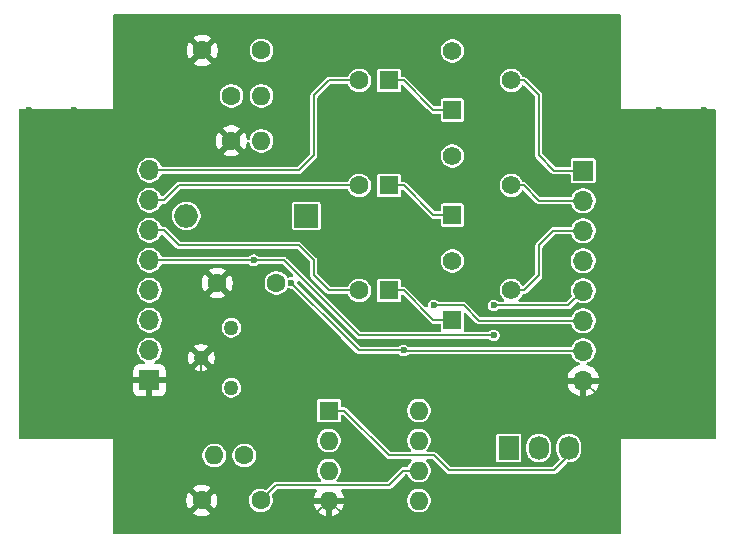
<source format=gbr>
%TF.GenerationSoftware,KiCad,Pcbnew,9.0.6*%
%TF.CreationDate,2026-01-11T11:59:37+09:00*%
%TF.ProjectId,SyncSeparator,53796e63-5365-4706-9172-61746f722e6b,rev?*%
%TF.SameCoordinates,Original*%
%TF.FileFunction,Copper,L2,Bot*%
%TF.FilePolarity,Positive*%
%FSLAX46Y46*%
G04 Gerber Fmt 4.6, Leading zero omitted, Abs format (unit mm)*
G04 Created by KiCad (PCBNEW 9.0.6) date 2026-01-11 11:59:37*
%MOMM*%
%LPD*%
G01*
G04 APERTURE LIST*
%TA.AperFunction,ComponentPad*%
%ADD10C,1.600000*%
%TD*%
%TA.AperFunction,ComponentPad*%
%ADD11R,1.700000X1.700000*%
%TD*%
%TA.AperFunction,ComponentPad*%
%ADD12O,1.700000X1.700000*%
%TD*%
%TA.AperFunction,ComponentPad*%
%ADD13R,1.560000X1.560000*%
%TD*%
%TA.AperFunction,ComponentPad*%
%ADD14C,1.560000*%
%TD*%
%TA.AperFunction,ComponentPad*%
%ADD15C,1.260000*%
%TD*%
%TA.AperFunction,ComponentPad*%
%ADD16R,1.600000X1.600000*%
%TD*%
%TA.AperFunction,ComponentPad*%
%ADD17R,2.000000X2.000000*%
%TD*%
%TA.AperFunction,ComponentPad*%
%ADD18O,2.000000X2.000000*%
%TD*%
%TA.AperFunction,ComponentPad*%
%ADD19O,1.600000X1.600000*%
%TD*%
%TA.AperFunction,ComponentPad*%
%ADD20R,1.730000X2.030000*%
%TD*%
%TA.AperFunction,ComponentPad*%
%ADD21O,1.730000X2.030000*%
%TD*%
%TA.AperFunction,ViaPad*%
%ADD22C,0.600000*%
%TD*%
%TA.AperFunction,Conductor*%
%ADD23C,0.200000*%
%TD*%
G04 APERTURE END LIST*
D10*
%TO.P,C2,1*%
%TO.N,Net-(C2-Pad1)*%
X106045000Y-68580000D03*
%TO.P,C2,2*%
%TO.N,GND*%
X101045000Y-68580000D03*
%TD*%
D11*
%TO.P,J2,1,Pin_1*%
%TO.N,R_out*%
X133293000Y-78755000D03*
D12*
%TO.P,J2,2,Pin_2*%
%TO.N,G_out*%
X133293000Y-81295000D03*
%TO.P,J2,3,Pin_3*%
%TO.N,B_out*%
X133293000Y-83835000D03*
%TO.P,J2,4,Pin_4*%
%TO.N,Cs_out*%
X133293000Y-86375000D03*
%TO.P,J2,5,Pin_5*%
%TO.N,Hs_out*%
X133293000Y-88915000D03*
%TO.P,J2,6,Pin_6*%
%TO.N,Vs_out*%
X133293000Y-91455000D03*
%TO.P,J2,7,Pin_7*%
%TO.N,Net-(J2-Pad7)*%
X133293000Y-93995000D03*
%TO.P,J2,8,Pin_8*%
%TO.N,GND*%
X133293000Y-96535000D03*
%TD*%
D13*
%TO.P,RV2,1,1*%
%TO.N,Net-(RV2-Pad1)*%
X122220000Y-73620000D03*
D14*
%TO.P,RV2,2,2*%
%TO.N,R_out*%
X127220000Y-71120000D03*
%TO.P,RV2,3,3*%
%TO.N,unconnected-(RV2-Pad3)*%
X122220000Y-68620000D03*
%TD*%
D11*
%TO.P,J1,1,Pin_1*%
%TO.N,GND*%
X96577000Y-96505000D03*
D12*
%TO.P,J1,2,Pin_2*%
%TO.N,VCC*%
X96577000Y-93965000D03*
%TO.P,J1,3,Pin_3*%
%TO.N,unconnected-(J1-Pad3)*%
X96577000Y-91425000D03*
%TO.P,J1,4,Pin_4*%
%TO.N,unconnected-(J1-Pad4)*%
X96577000Y-88885000D03*
%TO.P,J1,5,Pin_5*%
%TO.N,Cs_in*%
X96577000Y-86345000D03*
%TO.P,J1,6,Pin_6*%
%TO.N,B_in*%
X96577000Y-83805000D03*
%TO.P,J1,7,Pin_7*%
%TO.N,G_in*%
X96577000Y-81265000D03*
%TO.P,J1,8,Pin_8*%
%TO.N,R_in*%
X96577000Y-78725000D03*
%TD*%
D15*
%TO.P,RV1,1,1*%
%TO.N,Net-(R3-Pad2)*%
X103505000Y-97140000D03*
%TO.P,RV1,2,2*%
%TO.N,GND*%
X100965000Y-94600000D03*
%TO.P,RV1,3,3*%
%TO.N,unconnected-(RV1-Pad3)*%
X103505000Y-92060000D03*
%TD*%
D16*
%TO.P,C4,1*%
%TO.N,Net-(RV2-Pad1)*%
X116840000Y-71120000D03*
D10*
%TO.P,C4,2*%
%TO.N,R_in*%
X114340000Y-71120000D03*
%TD*%
%TO.P,C1,1*%
%TO.N,Net-(J2-Pad7)*%
X107315000Y-88265000D03*
%TO.P,C1,2*%
%TO.N,GND*%
X102315000Y-88265000D03*
%TD*%
D17*
%TO.P,D1,1,K*%
%TO.N,Net-(J2-Pad7)*%
X109855000Y-82580000D03*
D18*
%TO.P,D1,2,A*%
%TO.N,VCC*%
X99695000Y-82580000D03*
%TD*%
D10*
%TO.P,R1,1*%
%TO.N,GND*%
X103505000Y-76240000D03*
D19*
%TO.P,R1,2*%
%TO.N,Cs_in*%
X106045000Y-76240000D03*
%TD*%
D10*
%TO.P,R2,1*%
%TO.N,Cs_in*%
X103505000Y-72430000D03*
D19*
%TO.P,R2,2*%
%TO.N,Net-(C2-Pad1)*%
X106045000Y-72430000D03*
%TD*%
D16*
%TO.P,C5,1*%
%TO.N,Net-(RV3-Pad1)*%
X116840000Y-80010000D03*
D10*
%TO.P,C5,2*%
%TO.N,G_in*%
X114340000Y-80010000D03*
%TD*%
D16*
%TO.P,C6,1*%
%TO.N,Net-(RV4-Pad1)*%
X116840000Y-88900000D03*
D10*
%TO.P,C6,2*%
%TO.N,B_in*%
X114340000Y-88900000D03*
%TD*%
D13*
%TO.P,RV4,1,1*%
%TO.N,Net-(RV4-Pad1)*%
X122220000Y-91400000D03*
D14*
%TO.P,RV4,2,2*%
%TO.N,B_out*%
X127220000Y-88900000D03*
%TO.P,RV4,3,3*%
%TO.N,unconnected-(RV4-Pad3)*%
X122220000Y-86400000D03*
%TD*%
D10*
%TO.P,R3,1*%
%TO.N,Net-(C3-Pad2)*%
X104590000Y-102870000D03*
D19*
%TO.P,R3,2*%
%TO.N,Net-(R3-Pad2)*%
X102050000Y-102870000D03*
%TD*%
D10*
%TO.P,C3,1*%
%TO.N,GND*%
X101005000Y-106680000D03*
%TO.P,C3,2*%
%TO.N,Net-(C3-Pad2)*%
X106005000Y-106680000D03*
%TD*%
D13*
%TO.P,RV3,1,1*%
%TO.N,Net-(RV3-Pad1)*%
X122220000Y-82510000D03*
D14*
%TO.P,RV3,2,2*%
%TO.N,G_out*%
X127220000Y-80010000D03*
%TO.P,RV3,3,3*%
%TO.N,unconnected-(RV3-Pad3)*%
X122220000Y-77510000D03*
%TD*%
D16*
%TO.P,U1,1,CSYNC_out*%
%TO.N,Net-(SW1-Pad3)*%
X111770000Y-99070000D03*
D19*
%TO.P,U1,2,CVIDEO_in*%
%TO.N,Net-(C2-Pad1)*%
X111770000Y-101610000D03*
%TO.P,U1,3,VSYNC_out*%
%TO.N,Vs_out*%
X111770000Y-104150000D03*
%TO.P,U1,4,GND*%
%TO.N,GND*%
X111770000Y-106690000D03*
%TO.P,U1,5,BURST_out*%
%TO.N,unconnected-(U1-Pad5)*%
X119390000Y-106690000D03*
%TO.P,U1,6,RSET*%
%TO.N,Net-(C3-Pad2)*%
X119390000Y-104150000D03*
%TO.P,U1,7,HSYNC_out*%
%TO.N,Hs_out*%
X119390000Y-101610000D03*
%TO.P,U1,8,VCC*%
%TO.N,Net-(J2-Pad7)*%
X119390000Y-99070000D03*
%TD*%
D20*
%TO.P,SW1,1,A*%
%TO.N,Cs_in*%
X127000000Y-102235000D03*
D21*
%TO.P,SW1,2,B*%
%TO.N,Cs_out*%
X129540000Y-102235000D03*
%TO.P,SW1,3,C*%
%TO.N,Net-(SW1-Pad3)*%
X132080000Y-102235000D03*
%TD*%
D22*
%TO.N,Net-(J2-Pad7)*%
X118110000Y-93980000D03*
X108585000Y-88265000D03*
%TO.N,GND*%
X132080000Y-77470000D03*
X86360000Y-100330000D03*
X132080000Y-105410000D03*
X128270000Y-69850000D03*
X97790000Y-66040000D03*
X124460000Y-109220000D03*
X116840000Y-66040000D03*
X109220000Y-69850000D03*
X93980000Y-96520000D03*
X135890000Y-81280000D03*
X90170000Y-81280000D03*
X132080000Y-73660000D03*
X139700000Y-92710000D03*
X101600000Y-66040000D03*
X135890000Y-85090000D03*
X116840000Y-109220000D03*
X101600000Y-77470000D03*
X93980000Y-85090000D03*
X97790000Y-109220000D03*
X113030000Y-109220000D03*
X116840000Y-100330000D03*
X135890000Y-88900000D03*
X135890000Y-105410000D03*
X124460000Y-105410000D03*
X139700000Y-96520000D03*
X101600000Y-96520000D03*
X143510000Y-96520000D03*
X120650000Y-85090000D03*
X90170000Y-100330000D03*
X90170000Y-92710000D03*
X124460000Y-100330000D03*
X120650000Y-66040000D03*
X101600000Y-92710000D03*
X128270000Y-73660000D03*
X135890000Y-73660000D03*
X124460000Y-88900000D03*
X135890000Y-92710000D03*
X93980000Y-81280000D03*
X86360000Y-88900000D03*
X90170000Y-85090000D03*
X143510000Y-88900000D03*
X97790000Y-105410000D03*
X100315000Y-96505000D03*
X139700000Y-100330000D03*
X124460000Y-77470000D03*
X132080000Y-69850000D03*
X93980000Y-77470000D03*
X93980000Y-92710000D03*
X86360000Y-92710000D03*
X101600000Y-109220000D03*
X101600000Y-100330000D03*
X86360000Y-96520000D03*
X105410000Y-96520000D03*
X90170000Y-96520000D03*
X124460000Y-81280000D03*
X113030000Y-66040000D03*
X139700000Y-85090000D03*
X132080000Y-109220000D03*
X90170000Y-73660000D03*
X143510000Y-73660000D03*
X120650000Y-81280000D03*
X101600000Y-81280000D03*
X86360000Y-81280000D03*
X120650000Y-69850000D03*
X86360000Y-77470000D03*
X120650000Y-105410000D03*
X139700000Y-77470000D03*
X139700000Y-81280000D03*
X105410000Y-92710000D03*
X128270000Y-109220000D03*
X124460000Y-69850000D03*
X128270000Y-92710000D03*
X120650000Y-88900000D03*
X139700000Y-88900000D03*
X86360000Y-73660000D03*
X135890000Y-69850000D03*
X135890000Y-100330000D03*
X128270000Y-100330000D03*
X116840000Y-73660000D03*
X93980000Y-88900000D03*
X143510000Y-81280000D03*
X143510000Y-100330000D03*
X97790000Y-77470000D03*
X93980000Y-105410000D03*
X135890000Y-66040000D03*
X120650000Y-96520000D03*
X109220000Y-77470000D03*
X143510000Y-85090000D03*
X113030000Y-96520000D03*
X97790000Y-73660000D03*
X97790000Y-69850000D03*
X132080000Y-66040000D03*
X105410000Y-66040000D03*
X93980000Y-69850000D03*
X139700000Y-73660000D03*
X135890000Y-96520000D03*
X93980000Y-109220000D03*
X124460000Y-66040000D03*
X105410000Y-109220000D03*
X128270000Y-105410000D03*
X128270000Y-96520000D03*
X109220000Y-109220000D03*
X109220000Y-73660000D03*
X90170000Y-77470000D03*
X132080000Y-100330000D03*
X124460000Y-85090000D03*
X93980000Y-73660000D03*
X124460000Y-73660000D03*
X135890000Y-77470000D03*
X116840000Y-85090000D03*
X128270000Y-66040000D03*
X93980000Y-66040000D03*
X86360000Y-85090000D03*
X120650000Y-109220000D03*
X135890000Y-109220000D03*
X105410000Y-100330000D03*
X116840000Y-77470000D03*
X93980000Y-100330000D03*
X143510000Y-77470000D03*
X109220000Y-66040000D03*
X143510000Y-92710000D03*
X90170000Y-88900000D03*
X120650000Y-77470000D03*
X116840000Y-96520000D03*
X97790000Y-100330000D03*
%TO.N,Cs_in*%
X125730000Y-92710000D03*
X105395000Y-86345000D03*
%TO.N,Hs_out*%
X125730000Y-90170000D03*
%TO.N,Vs_out*%
X120650000Y-90170000D03*
%TD*%
D23*
%TO.N,Net-(J2-Pad7)*%
X113030000Y-92710000D02*
X114300000Y-93980000D01*
X114300000Y-93980000D02*
X118110000Y-93980000D01*
X118125000Y-93995000D02*
X133293000Y-93995000D01*
X108585000Y-88265000D02*
X113030000Y-92710000D01*
X118110000Y-93980000D02*
X118125000Y-93995000D01*
%TO.N,GND*%
X134620000Y-106680000D02*
X134620000Y-97790000D01*
X113030000Y-107950000D02*
X133350000Y-107950000D01*
X100315000Y-96505000D02*
X100965000Y-95855000D01*
X134548000Y-97790000D02*
X133293000Y-96535000D01*
X102105000Y-107780000D02*
X110680000Y-107780000D01*
X134620000Y-97790000D02*
X134548000Y-97790000D01*
X111770000Y-106690000D02*
X113030000Y-107950000D01*
X133350000Y-107950000D02*
X134620000Y-106680000D01*
X96577000Y-96505000D02*
X100315000Y-96505000D01*
X101005000Y-106680000D02*
X102105000Y-107780000D01*
X110680000Y-107780000D02*
X111770000Y-106690000D01*
X100965000Y-95855000D02*
X100965000Y-94600000D01*
%TO.N,R_in*%
X110490000Y-77470000D02*
X110490000Y-72390000D01*
X109235000Y-78725000D02*
X110490000Y-77470000D01*
X110490000Y-72390000D02*
X111760000Y-71120000D01*
X111760000Y-71120000D02*
X114340000Y-71120000D01*
X96577000Y-78725000D02*
X109235000Y-78725000D01*
%TO.N,Net-(C3-Pad2)*%
X116840000Y-105410000D02*
X118110000Y-104140000D01*
X106005000Y-106680000D02*
X107275000Y-105410000D01*
X118110000Y-104140000D02*
X118120000Y-104150000D01*
X107275000Y-105410000D02*
X116840000Y-105410000D01*
X118120000Y-104150000D02*
X119390000Y-104150000D01*
%TO.N,G_in*%
X99060000Y-80010000D02*
X114340000Y-80010000D01*
X97805000Y-81265000D02*
X99060000Y-80010000D01*
X96577000Y-81265000D02*
X97805000Y-81265000D01*
%TO.N,Net-(RV2-Pad1)*%
X122220000Y-73620000D02*
X120610000Y-73620000D01*
X120610000Y-73620000D02*
X118110000Y-71120000D01*
X116840000Y-71120000D02*
X118110000Y-71120000D01*
%TO.N,B_in*%
X109220000Y-85090000D02*
X99060000Y-85090000D01*
X114340000Y-88900000D02*
X111760000Y-88900000D01*
X97775000Y-83805000D02*
X96577000Y-83805000D01*
X99060000Y-85090000D02*
X97775000Y-83805000D01*
X110490000Y-86360000D02*
X109220000Y-85090000D01*
X110490000Y-87630000D02*
X110490000Y-86360000D01*
X111760000Y-88900000D02*
X110490000Y-87630000D01*
%TO.N,Net-(RV3-Pad1)*%
X122220000Y-82510000D02*
X120610000Y-82510000D01*
X120610000Y-82510000D02*
X118110000Y-80010000D01*
X116840000Y-80010000D02*
X118110000Y-80010000D01*
%TO.N,Cs_in*%
X120650000Y-92710000D02*
X125730000Y-92710000D01*
X105395000Y-86345000D02*
X105410000Y-86360000D01*
X96577000Y-86345000D02*
X105395000Y-86345000D01*
X114300000Y-92710000D02*
X120650000Y-92710000D01*
X107950000Y-86360000D02*
X114300000Y-92710000D01*
X105410000Y-86360000D02*
X107950000Y-86360000D01*
%TO.N,Net-(RV4-Pad1)*%
X120610000Y-91400000D02*
X118110000Y-88900000D01*
X122220000Y-91400000D02*
X120610000Y-91400000D01*
X116840000Y-88900000D02*
X118110000Y-88900000D01*
%TO.N,R_out*%
X128270000Y-71120000D02*
X129540000Y-72390000D01*
X129540000Y-72390000D02*
X129540000Y-77470000D01*
X130825000Y-78755000D02*
X133293000Y-78755000D01*
X127220000Y-71120000D02*
X128270000Y-71120000D01*
X129540000Y-77470000D02*
X130825000Y-78755000D01*
%TO.N,G_out*%
X127220000Y-80010000D02*
X128270000Y-80010000D01*
X128270000Y-80010000D02*
X129555000Y-81295000D01*
X129555000Y-81295000D02*
X133293000Y-81295000D01*
%TO.N,B_out*%
X129540000Y-87630000D02*
X129540000Y-85090000D01*
X128270000Y-88900000D02*
X129540000Y-87630000D01*
X127220000Y-88900000D02*
X128270000Y-88900000D01*
X130825000Y-83835000D02*
X133293000Y-83835000D01*
X129540000Y-85090000D02*
X130810000Y-83820000D01*
X130810000Y-83820000D02*
X130825000Y-83835000D01*
%TO.N,Hs_out*%
X133293000Y-88915000D02*
X132038000Y-90170000D01*
X132038000Y-90170000D02*
X125730000Y-90170000D01*
%TO.N,Vs_out*%
X124475000Y-91455000D02*
X123190000Y-90170000D01*
X123190000Y-90170000D02*
X120650000Y-90170000D01*
X133293000Y-91455000D02*
X124475000Y-91455000D01*
%TO.N,Net-(SW1-Pad3)*%
X111770000Y-99070000D02*
X113040000Y-99070000D01*
X130810000Y-104140000D02*
X132080000Y-102870000D01*
X116840000Y-102870000D02*
X120650000Y-102870000D01*
X113040000Y-99070000D02*
X116840000Y-102870000D01*
X121920000Y-104140000D02*
X130810000Y-104140000D01*
X132080000Y-102870000D02*
X132080000Y-102235000D01*
X120650000Y-102870000D02*
X121920000Y-104140000D01*
%TD*%
%TA.AperFunction,Conductor*%
%TO.N,GND*%
G36*
X110189500Y-77293339D02*
G01*
X110169498Y-77361460D01*
X110152595Y-77382434D01*
X109147434Y-78387595D01*
X109085122Y-78421621D01*
X109058339Y-78424500D01*
X97673773Y-78424500D01*
X97605652Y-78404498D01*
X97559159Y-78350842D01*
X97557364Y-78346719D01*
X97549817Y-78328500D01*
X97507941Y-78227402D01*
X97392977Y-78055345D01*
X97392975Y-78055343D01*
X97392970Y-78055337D01*
X97246662Y-77909029D01*
X97246656Y-77909024D01*
X97211080Y-77885253D01*
X97074598Y-77794059D01*
X96883420Y-77714870D01*
X96680467Y-77674500D01*
X96680465Y-77674500D01*
X96473535Y-77674500D01*
X96473532Y-77674500D01*
X96270579Y-77714870D01*
X96270574Y-77714872D01*
X96079402Y-77794059D01*
X95907343Y-77909024D01*
X95907337Y-77909029D01*
X95761029Y-78055337D01*
X95761024Y-78055343D01*
X95646059Y-78227402D01*
X95566872Y-78418574D01*
X95566870Y-78418579D01*
X95526500Y-78621532D01*
X95526500Y-78621535D01*
X95526500Y-78828465D01*
X95566870Y-79031420D01*
X95646059Y-79222598D01*
X95761023Y-79394655D01*
X95761024Y-79394656D01*
X95761029Y-79394662D01*
X95907337Y-79540970D01*
X95907343Y-79540975D01*
X95907345Y-79540977D01*
X96079402Y-79655941D01*
X96270580Y-79735130D01*
X96473535Y-79775500D01*
X96473536Y-79775500D01*
X96680464Y-79775500D01*
X96680465Y-79775500D01*
X96883420Y-79735130D01*
X97074598Y-79655941D01*
X97246655Y-79540977D01*
X97392977Y-79394655D01*
X97507941Y-79222598D01*
X97557364Y-79103280D01*
X97601913Y-79048001D01*
X97669276Y-79025580D01*
X97673773Y-79025500D01*
X109274562Y-79025500D01*
X109350989Y-79005021D01*
X109419511Y-78965460D01*
X109475460Y-78909511D01*
X110730460Y-77654511D01*
X110758138Y-77606571D01*
X110770021Y-77585989D01*
X110790500Y-77509562D01*
X110790500Y-77413426D01*
X121239500Y-77413426D01*
X121239500Y-77413429D01*
X121239500Y-77606571D01*
X121277180Y-77796001D01*
X121351092Y-77974441D01*
X121405145Y-78055337D01*
X121458395Y-78135031D01*
X121458400Y-78135037D01*
X121594962Y-78271599D01*
X121594968Y-78271604D01*
X121755559Y-78378908D01*
X121933999Y-78452820D01*
X122123429Y-78490500D01*
X122123430Y-78490500D01*
X122316570Y-78490500D01*
X122316571Y-78490500D01*
X122506001Y-78452820D01*
X122684441Y-78378908D01*
X122845032Y-78271604D01*
X122981604Y-78135032D01*
X123088908Y-77974441D01*
X123162820Y-77796001D01*
X123200500Y-77606571D01*
X123200500Y-77413429D01*
X123162820Y-77223999D01*
X123088908Y-77045559D01*
X122981604Y-76884968D01*
X122981599Y-76884962D01*
X122845037Y-76748400D01*
X122845031Y-76748395D01*
X122791744Y-76712789D01*
X122684441Y-76641092D01*
X122506001Y-76567180D01*
X122470307Y-76560080D01*
X122316573Y-76529500D01*
X122316571Y-76529500D01*
X122123429Y-76529500D01*
X122123426Y-76529500D01*
X121933998Y-76567180D01*
X121933993Y-76567182D01*
X121755559Y-76641092D01*
X121594968Y-76748395D01*
X121594962Y-76748400D01*
X121458400Y-76884962D01*
X121458395Y-76884968D01*
X121351092Y-77045559D01*
X121277182Y-77223993D01*
X121277180Y-77223998D01*
X121239500Y-77413426D01*
X110790500Y-77413426D01*
X110790500Y-73500000D01*
X120065029Y-73500000D01*
X120369540Y-73804511D01*
X120425489Y-73860460D01*
X120494011Y-73900021D01*
X120494013Y-73900021D01*
X120494014Y-73900022D01*
X120570434Y-73920499D01*
X120570438Y-73920500D01*
X120649562Y-73920500D01*
X121113500Y-73920500D01*
X121181621Y-73940502D01*
X121228114Y-73994158D01*
X121239500Y-74046500D01*
X121239500Y-74419748D01*
X121251133Y-74478231D01*
X121295448Y-74544552D01*
X121361769Y-74588867D01*
X121420252Y-74600500D01*
X121420253Y-74600500D01*
X123019747Y-74600500D01*
X123019748Y-74600500D01*
X123078231Y-74588867D01*
X123144552Y-74544552D01*
X123188867Y-74478231D01*
X123200500Y-74419748D01*
X123200500Y-73500000D01*
X129239500Y-73500000D01*
X129239500Y-77509565D01*
X129259977Y-77585985D01*
X129259978Y-77585987D01*
X129259979Y-77585989D01*
X129271862Y-77606571D01*
X129299540Y-77654511D01*
X129299542Y-77654513D01*
X129299545Y-77654517D01*
X130584540Y-78939511D01*
X130640489Y-78995460D01*
X130709011Y-79035021D01*
X130709013Y-79035021D01*
X130709014Y-79035022D01*
X130757452Y-79048001D01*
X130785438Y-79055500D01*
X130864562Y-79055500D01*
X132116500Y-79055500D01*
X132184621Y-79075502D01*
X132231114Y-79129158D01*
X132242500Y-79181500D01*
X132242500Y-79624750D01*
X132248704Y-79655941D01*
X132254133Y-79683231D01*
X132298448Y-79749552D01*
X132364769Y-79793867D01*
X132423252Y-79805500D01*
X132423253Y-79805500D01*
X134162747Y-79805500D01*
X134162748Y-79805500D01*
X134221231Y-79793867D01*
X134287552Y-79749552D01*
X134331867Y-79683231D01*
X134343500Y-79624748D01*
X134343500Y-77885252D01*
X134331867Y-77826769D01*
X134287552Y-77760448D01*
X134221231Y-77716133D01*
X134221228Y-77716132D01*
X134162750Y-77704500D01*
X134162748Y-77704500D01*
X132423252Y-77704500D01*
X132423249Y-77704500D01*
X132364771Y-77716132D01*
X132364768Y-77716133D01*
X132298448Y-77760448D01*
X132254133Y-77826768D01*
X132254132Y-77826771D01*
X132242500Y-77885249D01*
X132242500Y-78328500D01*
X132222498Y-78396621D01*
X132168842Y-78443114D01*
X132116500Y-78454500D01*
X131001661Y-78454500D01*
X130933540Y-78434498D01*
X130912566Y-78417595D01*
X129877405Y-77382434D01*
X129843379Y-77320122D01*
X129840500Y-77293339D01*
X129840500Y-73500000D01*
X136500000Y-73500000D01*
X144374000Y-73500000D01*
X144442121Y-73520002D01*
X144488614Y-73573658D01*
X144500000Y-73626000D01*
X144500000Y-101374000D01*
X144479998Y-101442121D01*
X144426342Y-101488614D01*
X144374000Y-101500000D01*
X132970581Y-101500000D01*
X132907628Y-101405784D01*
X132907626Y-101405782D01*
X132907621Y-101405776D01*
X132759223Y-101257378D01*
X132759217Y-101257373D01*
X132673731Y-101200253D01*
X132584703Y-101140767D01*
X132390796Y-101060447D01*
X132184946Y-101019500D01*
X132184943Y-101019500D01*
X131975057Y-101019500D01*
X131975053Y-101019500D01*
X131769203Y-101060447D01*
X131769202Y-101060448D01*
X131655609Y-101107500D01*
X131586601Y-101136085D01*
X131575295Y-101140768D01*
X131400782Y-101257373D01*
X131400776Y-101257378D01*
X131252378Y-101405776D01*
X131252373Y-101405782D01*
X131189419Y-101500000D01*
X130430581Y-101500000D01*
X130367628Y-101405784D01*
X130367626Y-101405782D01*
X130367621Y-101405776D01*
X130219223Y-101257378D01*
X130219217Y-101257373D01*
X130133731Y-101200253D01*
X130044703Y-101140767D01*
X129850796Y-101060447D01*
X129644946Y-101019500D01*
X129644943Y-101019500D01*
X129435057Y-101019500D01*
X129435053Y-101019500D01*
X129229203Y-101060447D01*
X129229202Y-101060448D01*
X129115609Y-101107500D01*
X129046601Y-101136085D01*
X129035295Y-101140768D01*
X128860782Y-101257373D01*
X128860776Y-101257378D01*
X128712378Y-101405776D01*
X128712373Y-101405782D01*
X128649419Y-101500000D01*
X128065500Y-101500000D01*
X128065500Y-101200252D01*
X128053867Y-101141769D01*
X128009552Y-101075448D01*
X127943231Y-101031133D01*
X127943228Y-101031132D01*
X127884750Y-101019500D01*
X127884748Y-101019500D01*
X126115252Y-101019500D01*
X126115249Y-101019500D01*
X126056771Y-101031132D01*
X126056768Y-101031133D01*
X125990448Y-101075448D01*
X125946133Y-101141768D01*
X125946132Y-101141771D01*
X125934500Y-101200249D01*
X125934500Y-101500000D01*
X120388221Y-101500000D01*
X120352051Y-101318165D01*
X120276632Y-101136086D01*
X120167139Y-100972218D01*
X120027782Y-100832861D01*
X119863914Y-100723368D01*
X119681838Y-100647950D01*
X119681835Y-100647949D01*
X119488544Y-100609500D01*
X119488541Y-100609500D01*
X119291459Y-100609500D01*
X119291455Y-100609500D01*
X119098164Y-100647949D01*
X119098161Y-100647950D01*
X118916085Y-100723368D01*
X118752222Y-100832858D01*
X118752215Y-100832863D01*
X118612863Y-100972215D01*
X118612858Y-100972222D01*
X118503368Y-101136085D01*
X118427950Y-101318161D01*
X118427949Y-101318164D01*
X118391779Y-101500000D01*
X115894971Y-101500000D01*
X113449336Y-99054364D01*
X113366427Y-98971455D01*
X118389500Y-98971455D01*
X118389500Y-99168544D01*
X118427949Y-99361835D01*
X118503368Y-99543914D01*
X118612861Y-99707782D01*
X118752218Y-99847139D01*
X118916086Y-99956632D01*
X119098165Y-100032051D01*
X119291459Y-100070500D01*
X119488541Y-100070500D01*
X119681835Y-100032051D01*
X119863914Y-99956632D01*
X120027782Y-99847139D01*
X120167139Y-99707782D01*
X120276632Y-99543914D01*
X120352051Y-99361835D01*
X120390500Y-99168541D01*
X120390500Y-98971459D01*
X120352051Y-98778165D01*
X120276632Y-98596086D01*
X120167139Y-98432218D01*
X120027782Y-98292861D01*
X119863914Y-98183368D01*
X119724082Y-98125448D01*
X119681838Y-98107950D01*
X119681835Y-98107949D01*
X119488544Y-98069500D01*
X119488541Y-98069500D01*
X119291459Y-98069500D01*
X119291455Y-98069500D01*
X119098164Y-98107949D01*
X119098161Y-98107950D01*
X118916085Y-98183368D01*
X118752222Y-98292858D01*
X118752215Y-98292863D01*
X118612863Y-98432215D01*
X118612858Y-98432222D01*
X118503368Y-98596085D01*
X118427950Y-98778161D01*
X118427949Y-98778164D01*
X118389500Y-98971455D01*
X113366427Y-98971455D01*
X113224517Y-98829545D01*
X113224513Y-98829542D01*
X113224511Y-98829540D01*
X113155989Y-98789979D01*
X113155988Y-98789978D01*
X113155985Y-98789977D01*
X113079565Y-98769500D01*
X113079562Y-98769500D01*
X112896500Y-98769500D01*
X112828379Y-98749498D01*
X112781886Y-98695842D01*
X112770500Y-98643500D01*
X112770500Y-98250253D01*
X112770499Y-98250249D01*
X112758867Y-98191771D01*
X112758867Y-98191769D01*
X112714552Y-98125448D01*
X112648231Y-98081133D01*
X112648228Y-98081132D01*
X112589750Y-98069500D01*
X112589748Y-98069500D01*
X110950252Y-98069500D01*
X110950249Y-98069500D01*
X110891771Y-98081132D01*
X110891768Y-98081133D01*
X110825448Y-98125448D01*
X110781133Y-98191768D01*
X110781132Y-98191771D01*
X110769500Y-98250249D01*
X110769500Y-98250252D01*
X110769500Y-99889748D01*
X110781133Y-99948231D01*
X110825448Y-100014552D01*
X110891769Y-100058867D01*
X110950252Y-100070500D01*
X110950253Y-100070500D01*
X112589747Y-100070500D01*
X112589748Y-100070500D01*
X112648231Y-100058867D01*
X112714552Y-100014552D01*
X112758867Y-99948231D01*
X112770500Y-99889748D01*
X112770500Y-99529661D01*
X112790502Y-99461540D01*
X112844158Y-99415047D01*
X112914432Y-99404943D01*
X112979012Y-99434437D01*
X112985595Y-99440566D01*
X115045029Y-101500000D01*
X112768221Y-101500000D01*
X112732051Y-101318165D01*
X112656632Y-101136086D01*
X112547139Y-100972218D01*
X112407782Y-100832861D01*
X112243914Y-100723368D01*
X112061838Y-100647950D01*
X112061835Y-100647949D01*
X111868544Y-100609500D01*
X111868541Y-100609500D01*
X111671459Y-100609500D01*
X111671455Y-100609500D01*
X111478164Y-100647949D01*
X111478161Y-100647950D01*
X111296085Y-100723368D01*
X111132222Y-100832858D01*
X111132215Y-100832863D01*
X110992863Y-100972215D01*
X110992858Y-100972222D01*
X110883368Y-101136085D01*
X110807950Y-101318161D01*
X110807949Y-101318164D01*
X110771779Y-101500000D01*
X85626000Y-101500000D01*
X85557879Y-101479998D01*
X85511386Y-101426342D01*
X85500000Y-101374000D01*
X85500000Y-95606402D01*
X95219000Y-95606402D01*
X95219000Y-96251000D01*
X96146297Y-96251000D01*
X96111075Y-96312007D01*
X96077000Y-96439174D01*
X96077000Y-96570826D01*
X96111075Y-96697993D01*
X96146297Y-96759000D01*
X95219000Y-96759000D01*
X95219000Y-97403597D01*
X95225505Y-97464093D01*
X95276555Y-97600964D01*
X95276555Y-97600965D01*
X95364095Y-97717904D01*
X95481034Y-97805444D01*
X95617906Y-97856494D01*
X95678402Y-97862999D01*
X95678415Y-97863000D01*
X96323000Y-97863000D01*
X96323000Y-96935702D01*
X96384007Y-96970925D01*
X96511174Y-97005000D01*
X96642826Y-97005000D01*
X96769993Y-96970925D01*
X96831000Y-96935702D01*
X96831000Y-97863000D01*
X97475585Y-97863000D01*
X97475597Y-97862999D01*
X97536093Y-97856494D01*
X97672964Y-97805444D01*
X97672965Y-97805444D01*
X97789904Y-97717904D01*
X97877444Y-97600965D01*
X97877444Y-97600964D01*
X97928494Y-97464093D01*
X97934999Y-97403597D01*
X97935000Y-97403585D01*
X97935000Y-97058199D01*
X102674500Y-97058199D01*
X102674500Y-97221800D01*
X102706416Y-97382248D01*
X102769021Y-97533389D01*
X102859909Y-97669413D01*
X102975587Y-97785091D01*
X103111611Y-97875979D01*
X103262752Y-97938584D01*
X103423203Y-97970500D01*
X103586797Y-97970500D01*
X103747248Y-97938584D01*
X103898389Y-97875979D01*
X104034413Y-97785091D01*
X104150091Y-97669413D01*
X104240979Y-97533389D01*
X104303584Y-97382248D01*
X104335500Y-97221797D01*
X104335500Y-97058203D01*
X104303584Y-96897752D01*
X104268067Y-96812007D01*
X104262911Y-96799558D01*
X104262910Y-96799556D01*
X104240981Y-96746616D01*
X104240979Y-96746611D01*
X104150093Y-96610590D01*
X104150088Y-96610584D01*
X104034415Y-96494911D01*
X104034409Y-96494906D01*
X103898390Y-96404022D01*
X103898391Y-96404022D01*
X103898389Y-96404021D01*
X103747249Y-96341416D01*
X103586800Y-96309500D01*
X103586797Y-96309500D01*
X103423203Y-96309500D01*
X103423199Y-96309500D01*
X103262750Y-96341416D01*
X103262749Y-96341417D01*
X103111609Y-96404022D01*
X102975590Y-96494906D01*
X102975584Y-96494911D01*
X102859911Y-96610584D01*
X102859906Y-96610590D01*
X102769022Y-96746609D01*
X102706417Y-96897749D01*
X102706416Y-96897750D01*
X102674500Y-97058199D01*
X97935000Y-97058199D01*
X97935000Y-96759000D01*
X97007703Y-96759000D01*
X97042925Y-96697993D01*
X97077000Y-96570826D01*
X97077000Y-96439174D01*
X97042925Y-96312007D01*
X97007703Y-96251000D01*
X97935000Y-96251000D01*
X97935000Y-95606414D01*
X97934999Y-95606402D01*
X97930641Y-95565875D01*
X100358333Y-95565875D01*
X100358334Y-95565876D01*
X100368553Y-95573301D01*
X100368566Y-95573309D01*
X100528158Y-95654625D01*
X100528162Y-95654626D01*
X100698512Y-95709977D01*
X100875440Y-95738000D01*
X101054560Y-95738000D01*
X101231487Y-95709977D01*
X101401836Y-95654627D01*
X101561444Y-95573303D01*
X101571665Y-95565876D01*
X100965000Y-94959210D01*
X100964999Y-94959210D01*
X100358333Y-95565875D01*
X97930641Y-95565875D01*
X97928494Y-95545906D01*
X97877444Y-95409035D01*
X97877444Y-95409034D01*
X97789904Y-95292095D01*
X97672965Y-95204555D01*
X97536093Y-95153505D01*
X97475597Y-95147000D01*
X97101933Y-95147000D01*
X97033812Y-95126998D01*
X96987319Y-95073342D01*
X96977215Y-95003068D01*
X97006709Y-94938488D01*
X97053715Y-94904591D01*
X97074598Y-94895941D01*
X97246655Y-94780977D01*
X97392977Y-94634655D01*
X97475974Y-94510440D01*
X99827000Y-94510440D01*
X99827000Y-94689559D01*
X99855022Y-94866487D01*
X99910373Y-95036837D01*
X99910374Y-95036841D01*
X99991690Y-95196433D01*
X99991698Y-95196446D01*
X99999122Y-95206664D01*
X99999123Y-95206664D01*
X100605789Y-94599999D01*
X100559712Y-94553922D01*
X100615000Y-94553922D01*
X100615000Y-94646078D01*
X100638852Y-94735095D01*
X100684930Y-94814905D01*
X100750095Y-94880070D01*
X100829905Y-94926148D01*
X100918922Y-94950000D01*
X101011078Y-94950000D01*
X101100095Y-94926148D01*
X101179905Y-94880070D01*
X101245070Y-94814905D01*
X101291148Y-94735095D01*
X101315000Y-94646078D01*
X101315000Y-94599999D01*
X101324210Y-94599999D01*
X101930876Y-95206664D01*
X101938303Y-95196444D01*
X102019627Y-95036836D01*
X102074977Y-94866487D01*
X102103000Y-94689559D01*
X102103000Y-94510440D01*
X102074977Y-94333512D01*
X102019626Y-94163162D01*
X102019625Y-94163158D01*
X101938309Y-94003566D01*
X101938301Y-94003553D01*
X101930876Y-93993334D01*
X101930875Y-93993333D01*
X101324210Y-94599999D01*
X101315000Y-94599999D01*
X101315000Y-94553922D01*
X101291148Y-94464905D01*
X101245070Y-94385095D01*
X101179905Y-94319930D01*
X101100095Y-94273852D01*
X101011078Y-94250000D01*
X100918922Y-94250000D01*
X100829905Y-94273852D01*
X100750095Y-94319930D01*
X100684930Y-94385095D01*
X100638852Y-94464905D01*
X100615000Y-94553922D01*
X100559712Y-94553922D01*
X99999124Y-93993334D01*
X99999122Y-93993334D01*
X99991693Y-94003559D01*
X99910374Y-94163158D01*
X99910373Y-94163162D01*
X99855022Y-94333512D01*
X99827000Y-94510440D01*
X97475974Y-94510440D01*
X97507941Y-94462598D01*
X97587130Y-94271420D01*
X97627500Y-94068465D01*
X97627500Y-93861535D01*
X97587130Y-93658580D01*
X97576999Y-93634122D01*
X100358334Y-93634122D01*
X100358334Y-93634124D01*
X100964999Y-94240789D01*
X100965000Y-94240789D01*
X101571664Y-93634123D01*
X101571664Y-93634122D01*
X101561446Y-93626698D01*
X101561433Y-93626690D01*
X101401841Y-93545374D01*
X101401837Y-93545373D01*
X101231487Y-93490022D01*
X101054560Y-93462000D01*
X100875440Y-93462000D01*
X100698512Y-93490022D01*
X100528162Y-93545373D01*
X100528158Y-93545374D01*
X100368559Y-93626693D01*
X100358334Y-93634122D01*
X97576999Y-93634122D01*
X97507941Y-93467402D01*
X97392977Y-93295345D01*
X97392975Y-93295343D01*
X97392970Y-93295337D01*
X97246662Y-93149029D01*
X97246656Y-93149024D01*
X97246655Y-93149023D01*
X97074598Y-93034059D01*
X96883420Y-92954870D01*
X96680467Y-92914500D01*
X96680465Y-92914500D01*
X96473535Y-92914500D01*
X96473532Y-92914500D01*
X96270579Y-92954870D01*
X96270574Y-92954872D01*
X96079402Y-93034059D01*
X95907343Y-93149024D01*
X95907337Y-93149029D01*
X95761029Y-93295337D01*
X95761024Y-93295343D01*
X95646059Y-93467402D01*
X95566872Y-93658574D01*
X95566870Y-93658579D01*
X95526500Y-93861532D01*
X95526500Y-94068467D01*
X95556733Y-94220458D01*
X95566870Y-94271420D01*
X95646059Y-94462598D01*
X95737867Y-94599999D01*
X95761024Y-94634656D01*
X95761029Y-94634662D01*
X95907337Y-94780970D01*
X95907343Y-94780975D01*
X95907345Y-94780977D01*
X96079402Y-94895941D01*
X96100285Y-94904591D01*
X96155566Y-94949140D01*
X96177987Y-95016503D01*
X96160429Y-95085294D01*
X96108466Y-95133673D01*
X96052067Y-95147000D01*
X95678402Y-95147000D01*
X95617906Y-95153505D01*
X95481035Y-95204555D01*
X95481034Y-95204555D01*
X95364095Y-95292095D01*
X95276555Y-95409034D01*
X95276555Y-95409035D01*
X95225505Y-95545906D01*
X95219000Y-95606402D01*
X85500000Y-95606402D01*
X85500000Y-91321532D01*
X95526500Y-91321532D01*
X95526500Y-91528467D01*
X95548777Y-91640460D01*
X95566870Y-91731420D01*
X95646059Y-91922598D01*
X95683213Y-91978203D01*
X95761024Y-92094656D01*
X95761029Y-92094662D01*
X95907337Y-92240970D01*
X95907343Y-92240975D01*
X95907345Y-92240977D01*
X96079402Y-92355941D01*
X96270580Y-92435130D01*
X96473535Y-92475500D01*
X96473536Y-92475500D01*
X96680464Y-92475500D01*
X96680465Y-92475500D01*
X96883420Y-92435130D01*
X97074598Y-92355941D01*
X97246655Y-92240977D01*
X97392977Y-92094655D01*
X97470790Y-91978199D01*
X102674500Y-91978199D01*
X102674500Y-92141800D01*
X102706416Y-92302248D01*
X102769021Y-92453389D01*
X102859909Y-92589413D01*
X102975587Y-92705091D01*
X103111611Y-92795979D01*
X103262752Y-92858584D01*
X103423203Y-92890500D01*
X103586797Y-92890500D01*
X103747248Y-92858584D01*
X103898389Y-92795979D01*
X104034413Y-92705091D01*
X104150091Y-92589413D01*
X104240979Y-92453389D01*
X104303584Y-92302248D01*
X104335500Y-92141797D01*
X104335500Y-91978203D01*
X104303584Y-91817752D01*
X104240979Y-91666611D01*
X104150091Y-91530587D01*
X104034413Y-91414909D01*
X103898389Y-91324021D01*
X103747249Y-91261416D01*
X103586800Y-91229500D01*
X103586797Y-91229500D01*
X103423203Y-91229500D01*
X103423199Y-91229500D01*
X103262750Y-91261416D01*
X103262749Y-91261417D01*
X103174211Y-91298091D01*
X103117611Y-91321536D01*
X103111609Y-91324022D01*
X102975590Y-91414906D01*
X102975584Y-91414911D01*
X102859911Y-91530584D01*
X102859906Y-91530590D01*
X102786494Y-91640460D01*
X102769021Y-91666611D01*
X102743091Y-91729211D01*
X102706417Y-91817749D01*
X102706416Y-91817750D01*
X102674500Y-91978199D01*
X97470790Y-91978199D01*
X97507941Y-91922598D01*
X97587130Y-91731420D01*
X97627500Y-91528465D01*
X97627500Y-91321535D01*
X97587130Y-91118580D01*
X97507941Y-90927402D01*
X97392977Y-90755345D01*
X97392975Y-90755343D01*
X97392970Y-90755337D01*
X97246662Y-90609029D01*
X97246656Y-90609024D01*
X97233528Y-90600252D01*
X97074598Y-90494059D01*
X96883420Y-90414870D01*
X96680467Y-90374500D01*
X96680465Y-90374500D01*
X96473535Y-90374500D01*
X96473532Y-90374500D01*
X96270579Y-90414870D01*
X96270574Y-90414872D01*
X96079402Y-90494059D01*
X95907343Y-90609024D01*
X95907337Y-90609029D01*
X95761029Y-90755337D01*
X95761024Y-90755343D01*
X95646059Y-90927402D01*
X95566872Y-91118574D01*
X95566870Y-91118579D01*
X95526500Y-91321532D01*
X85500000Y-91321532D01*
X85500000Y-88781532D01*
X95526500Y-88781532D01*
X95526500Y-88988467D01*
X95558956Y-89151632D01*
X95566870Y-89191420D01*
X95646059Y-89382598D01*
X95761023Y-89554655D01*
X95761024Y-89554656D01*
X95761029Y-89554662D01*
X95907337Y-89700970D01*
X95907343Y-89700975D01*
X95907345Y-89700977D01*
X96079402Y-89815941D01*
X96270580Y-89895130D01*
X96473535Y-89935500D01*
X96473536Y-89935500D01*
X96680464Y-89935500D01*
X96680465Y-89935500D01*
X96883420Y-89895130D01*
X97074598Y-89815941D01*
X97246655Y-89700977D01*
X97392977Y-89554655D01*
X97507941Y-89382598D01*
X97587130Y-89191420D01*
X97627500Y-88988465D01*
X97627500Y-88781535D01*
X97587130Y-88578580D01*
X97507941Y-88387402D01*
X97392977Y-88215345D01*
X97392972Y-88215340D01*
X97392970Y-88215337D01*
X97339694Y-88162061D01*
X101007000Y-88162061D01*
X101007000Y-88367938D01*
X101039208Y-88571296D01*
X101102826Y-88767093D01*
X101102829Y-88767099D01*
X101196297Y-88950540D01*
X101196298Y-88950541D01*
X101227416Y-88993372D01*
X101915000Y-88305788D01*
X101915000Y-88317661D01*
X101942259Y-88419394D01*
X101994920Y-88510606D01*
X102069394Y-88585080D01*
X102160606Y-88637741D01*
X102262339Y-88665000D01*
X102274210Y-88665000D01*
X101586626Y-89352582D01*
X101586626Y-89352583D01*
X101629454Y-89383699D01*
X101812900Y-89477170D01*
X101812906Y-89477173D01*
X102008705Y-89540791D01*
X102008701Y-89540791D01*
X102212061Y-89573000D01*
X102417939Y-89573000D01*
X102621296Y-89540791D01*
X102817093Y-89477173D01*
X102817099Y-89477170D01*
X103000541Y-89383701D01*
X103043372Y-89352582D01*
X103043372Y-89352581D01*
X102355791Y-88665000D01*
X102367661Y-88665000D01*
X102469394Y-88637741D01*
X102560606Y-88585080D01*
X102635080Y-88510606D01*
X102687741Y-88419394D01*
X102715000Y-88317661D01*
X102715000Y-88305791D01*
X103402581Y-88993372D01*
X103402582Y-88993372D01*
X103433701Y-88950541D01*
X103527170Y-88767099D01*
X103527173Y-88767093D01*
X103590791Y-88571296D01*
X103623000Y-88367938D01*
X103623000Y-88162061D01*
X103590791Y-87958703D01*
X103527173Y-87762906D01*
X103527170Y-87762900D01*
X103433699Y-87579454D01*
X103402583Y-87536626D01*
X103402582Y-87536626D01*
X102715000Y-88224208D01*
X102715000Y-88212339D01*
X102687741Y-88110606D01*
X102635080Y-88019394D01*
X102560606Y-87944920D01*
X102469394Y-87892259D01*
X102367661Y-87865000D01*
X102355790Y-87865000D01*
X103043372Y-87177416D01*
X103000541Y-87146298D01*
X103000540Y-87146297D01*
X102817099Y-87052829D01*
X102817093Y-87052826D01*
X102621294Y-86989208D01*
X102621298Y-86989208D01*
X102417939Y-86957000D01*
X102212061Y-86957000D01*
X102008703Y-86989208D01*
X101812906Y-87052826D01*
X101812900Y-87052829D01*
X101629452Y-87146301D01*
X101586625Y-87177416D01*
X102274209Y-87865000D01*
X102262339Y-87865000D01*
X102160606Y-87892259D01*
X102069394Y-87944920D01*
X101994920Y-88019394D01*
X101942259Y-88110606D01*
X101915000Y-88212339D01*
X101915000Y-88224209D01*
X101227416Y-87536625D01*
X101196301Y-87579452D01*
X101102829Y-87762900D01*
X101102826Y-87762906D01*
X101039208Y-87958703D01*
X101007000Y-88162061D01*
X97339694Y-88162061D01*
X97246662Y-88069029D01*
X97246656Y-88069024D01*
X97246655Y-88069023D01*
X97074598Y-87954059D01*
X96883420Y-87874870D01*
X96833800Y-87865000D01*
X96680467Y-87834500D01*
X96680465Y-87834500D01*
X96473535Y-87834500D01*
X96473532Y-87834500D01*
X96270579Y-87874870D01*
X96270574Y-87874872D01*
X96079402Y-87954059D01*
X95907343Y-88069024D01*
X95907337Y-88069029D01*
X95761029Y-88215337D01*
X95761024Y-88215343D01*
X95646059Y-88387402D01*
X95566872Y-88578574D01*
X95566870Y-88578579D01*
X95526500Y-88781532D01*
X85500000Y-88781532D01*
X85500000Y-86241532D01*
X95526500Y-86241532D01*
X95526500Y-86448467D01*
X95544043Y-86536661D01*
X95566870Y-86651420D01*
X95646059Y-86842598D01*
X95744020Y-86989208D01*
X95761024Y-87014656D01*
X95761029Y-87014662D01*
X95907337Y-87160970D01*
X95907343Y-87160975D01*
X95907345Y-87160977D01*
X96079402Y-87275941D01*
X96270580Y-87355130D01*
X96473535Y-87395500D01*
X96473536Y-87395500D01*
X96680464Y-87395500D01*
X96680465Y-87395500D01*
X96883420Y-87355130D01*
X97074598Y-87275941D01*
X97246655Y-87160977D01*
X97246662Y-87160970D01*
X97271291Y-87136342D01*
X97392970Y-87014662D01*
X97392977Y-87014655D01*
X97507941Y-86842598D01*
X97557364Y-86723280D01*
X97601913Y-86668001D01*
X97669276Y-86645580D01*
X97673773Y-86645500D01*
X104935495Y-86645500D01*
X105003616Y-86665502D01*
X105024590Y-86682405D01*
X105087679Y-86745494D01*
X105087684Y-86745498D01*
X105087686Y-86745500D01*
X105201814Y-86811392D01*
X105329108Y-86845500D01*
X105329110Y-86845500D01*
X105460890Y-86845500D01*
X105460892Y-86845500D01*
X105588186Y-86811392D01*
X105702314Y-86745500D01*
X105750410Y-86697403D01*
X105812720Y-86663380D01*
X105839504Y-86660500D01*
X107773339Y-86660500D01*
X107841460Y-86680502D01*
X107862434Y-86697405D01*
X108714434Y-87549405D01*
X108748460Y-87611717D01*
X108743395Y-87682532D01*
X108700848Y-87739368D01*
X108634328Y-87764179D01*
X108625339Y-87764500D01*
X108519108Y-87764500D01*
X108470121Y-87777626D01*
X108391816Y-87798607D01*
X108391811Y-87798609D01*
X108360402Y-87816744D01*
X108291407Y-87833481D01*
X108224315Y-87810260D01*
X108192638Y-87777626D01*
X108092139Y-87627218D01*
X107952782Y-87487861D01*
X107788914Y-87378368D01*
X107703093Y-87342820D01*
X107606838Y-87302950D01*
X107606835Y-87302949D01*
X107413544Y-87264500D01*
X107413541Y-87264500D01*
X107216459Y-87264500D01*
X107216455Y-87264500D01*
X107023164Y-87302949D01*
X107023161Y-87302950D01*
X106841085Y-87378368D01*
X106677222Y-87487858D01*
X106677215Y-87487863D01*
X106537863Y-87627215D01*
X106537858Y-87627222D01*
X106428368Y-87791085D01*
X106352950Y-87973161D01*
X106352949Y-87973164D01*
X106314500Y-88166455D01*
X106314500Y-88363544D01*
X106352949Y-88556835D01*
X106352950Y-88556838D01*
X106397752Y-88665000D01*
X106428368Y-88738914D01*
X106537861Y-88902782D01*
X106677218Y-89042139D01*
X106841086Y-89151632D01*
X107023165Y-89227051D01*
X107216459Y-89265500D01*
X107413541Y-89265500D01*
X107606835Y-89227051D01*
X107788914Y-89151632D01*
X107952782Y-89042139D01*
X108092139Y-88902782D01*
X108192639Y-88752371D01*
X108247114Y-88706846D01*
X108317557Y-88697997D01*
X108360402Y-88713256D01*
X108391814Y-88731392D01*
X108519108Y-88765500D01*
X108519110Y-88765500D01*
X108608339Y-88765500D01*
X108676460Y-88785502D01*
X108697434Y-88802405D01*
X112789540Y-92894511D01*
X114059540Y-94164511D01*
X114115489Y-94220460D01*
X114184011Y-94260021D01*
X114184013Y-94260021D01*
X114184014Y-94260022D01*
X114260434Y-94280499D01*
X114260438Y-94280500D01*
X117650495Y-94280500D01*
X117718616Y-94300502D01*
X117739590Y-94317405D01*
X117802679Y-94380494D01*
X117802684Y-94380498D01*
X117802686Y-94380500D01*
X117802687Y-94380501D01*
X117802689Y-94380502D01*
X117882906Y-94426815D01*
X117916814Y-94446392D01*
X118044108Y-94480500D01*
X118044110Y-94480500D01*
X118175890Y-94480500D01*
X118175892Y-94480500D01*
X118303186Y-94446392D01*
X118417314Y-94380500D01*
X118465410Y-94332403D01*
X118527720Y-94298380D01*
X118554504Y-94295500D01*
X132196227Y-94295500D01*
X132264348Y-94315502D01*
X132310841Y-94369158D01*
X132312635Y-94373280D01*
X132362059Y-94492598D01*
X132464611Y-94646078D01*
X132477024Y-94664656D01*
X132477029Y-94664662D01*
X132623337Y-94810970D01*
X132623343Y-94810975D01*
X132623345Y-94810977D01*
X132795402Y-94925941D01*
X132943719Y-94987376D01*
X132999000Y-95031924D01*
X133021421Y-95099288D01*
X133003863Y-95168079D01*
X132951901Y-95216457D01*
X132934438Y-95223618D01*
X132771710Y-95276492D01*
X132771707Y-95276493D01*
X132581249Y-95373536D01*
X132408320Y-95499177D01*
X132257177Y-95650320D01*
X132131536Y-95823249D01*
X132034493Y-96013707D01*
X132034490Y-96013713D01*
X131968440Y-96216995D01*
X131958302Y-96281000D01*
X132862297Y-96281000D01*
X132827075Y-96342007D01*
X132793000Y-96469174D01*
X132793000Y-96600826D01*
X132827075Y-96727993D01*
X132862297Y-96789000D01*
X131958302Y-96789000D01*
X131968440Y-96853004D01*
X132034490Y-97056286D01*
X132034493Y-97056292D01*
X132131536Y-97246750D01*
X132257177Y-97419679D01*
X132408320Y-97570822D01*
X132581249Y-97696463D01*
X132771707Y-97793506D01*
X132771713Y-97793509D01*
X132974998Y-97859560D01*
X133039000Y-97869696D01*
X133039000Y-96965702D01*
X133100007Y-97000925D01*
X133227174Y-97035000D01*
X133358826Y-97035000D01*
X133485993Y-97000925D01*
X133547000Y-96965702D01*
X133547000Y-97869696D01*
X133611001Y-97859560D01*
X133814286Y-97793509D01*
X133814292Y-97793506D01*
X134004750Y-97696463D01*
X134177679Y-97570822D01*
X134328822Y-97419679D01*
X134454463Y-97246750D01*
X134551506Y-97056292D01*
X134551509Y-97056286D01*
X134617559Y-96853004D01*
X134627698Y-96789000D01*
X133723703Y-96789000D01*
X133758925Y-96727993D01*
X133793000Y-96600826D01*
X133793000Y-96469174D01*
X133758925Y-96342007D01*
X133723703Y-96281000D01*
X134627697Y-96281000D01*
X134617559Y-96216995D01*
X134551509Y-96013713D01*
X134551506Y-96013707D01*
X134454463Y-95823249D01*
X134328822Y-95650320D01*
X134177679Y-95499177D01*
X134004750Y-95373536D01*
X133814292Y-95276493D01*
X133814286Y-95276490D01*
X133651562Y-95223618D01*
X133592956Y-95183544D01*
X133565319Y-95118148D01*
X133577426Y-95048191D01*
X133625432Y-94995885D01*
X133642272Y-94987379D01*
X133790598Y-94925941D01*
X133962655Y-94810977D01*
X134108977Y-94664655D01*
X134223941Y-94492598D01*
X134303130Y-94301420D01*
X134343500Y-94098465D01*
X134343500Y-93891535D01*
X134303130Y-93688580D01*
X134223941Y-93497402D01*
X134108977Y-93325345D01*
X134108975Y-93325343D01*
X134108970Y-93325337D01*
X133962662Y-93179029D01*
X133962656Y-93179024D01*
X133958717Y-93176392D01*
X133790598Y-93064059D01*
X133599420Y-92984870D01*
X133396467Y-92944500D01*
X133396465Y-92944500D01*
X133189535Y-92944500D01*
X133189532Y-92944500D01*
X132986579Y-92984870D01*
X132986574Y-92984872D01*
X132795402Y-93064059D01*
X132623343Y-93179024D01*
X132623337Y-93179029D01*
X132477029Y-93325337D01*
X132477024Y-93325343D01*
X132374021Y-93479500D01*
X132362059Y-93497402D01*
X132342189Y-93545373D01*
X132312636Y-93616719D01*
X132268087Y-93671999D01*
X132200724Y-93694420D01*
X132196227Y-93694500D01*
X118584505Y-93694500D01*
X118516384Y-93674498D01*
X118495410Y-93657595D01*
X118417320Y-93579505D01*
X118417310Y-93579497D01*
X118303190Y-93513610D01*
X118303187Y-93513609D01*
X118303186Y-93513608D01*
X118303184Y-93513607D01*
X118303183Y-93513607D01*
X118269073Y-93504467D01*
X118175892Y-93479500D01*
X118044108Y-93479500D01*
X117977304Y-93497400D01*
X117916816Y-93513607D01*
X117916809Y-93513610D01*
X117802689Y-93579497D01*
X117802679Y-93579505D01*
X117739590Y-93642595D01*
X117677278Y-93676621D01*
X117650495Y-93679500D01*
X114476661Y-93679500D01*
X114408540Y-93659498D01*
X114387566Y-93642595D01*
X109122405Y-88377434D01*
X109107460Y-88350065D01*
X109090604Y-88323837D01*
X109089698Y-88317538D01*
X109088379Y-88315122D01*
X109085500Y-88288339D01*
X109085500Y-88224661D01*
X109105502Y-88156540D01*
X109159158Y-88110047D01*
X109229432Y-88099943D01*
X109294012Y-88129437D01*
X109300595Y-88135566D01*
X114059540Y-92894511D01*
X114115489Y-92950460D01*
X114184011Y-92990021D01*
X114184013Y-92990021D01*
X114184014Y-92990022D01*
X114260434Y-93010499D01*
X114260438Y-93010500D01*
X114339562Y-93010500D01*
X120610438Y-93010500D01*
X125270495Y-93010500D01*
X125338616Y-93030502D01*
X125359590Y-93047405D01*
X125422679Y-93110494D01*
X125422684Y-93110498D01*
X125422686Y-93110500D01*
X125536814Y-93176392D01*
X125664108Y-93210500D01*
X125664110Y-93210500D01*
X125795890Y-93210500D01*
X125795892Y-93210500D01*
X125923186Y-93176392D01*
X126037314Y-93110500D01*
X126130500Y-93017314D01*
X126196392Y-92903186D01*
X126230500Y-92775892D01*
X126230500Y-92644108D01*
X126196392Y-92516814D01*
X126159774Y-92453390D01*
X126130502Y-92402689D01*
X126130494Y-92402679D01*
X126037320Y-92309505D01*
X126037310Y-92309497D01*
X125923190Y-92243610D01*
X125923187Y-92243609D01*
X125923186Y-92243608D01*
X125923184Y-92243607D01*
X125923183Y-92243607D01*
X125889073Y-92234467D01*
X125795892Y-92209500D01*
X125664108Y-92209500D01*
X125595894Y-92227777D01*
X125536816Y-92243607D01*
X125536809Y-92243610D01*
X125422689Y-92309497D01*
X125422679Y-92309505D01*
X125359590Y-92372595D01*
X125297278Y-92406621D01*
X125270495Y-92409500D01*
X123312309Y-92409500D01*
X123244188Y-92389498D01*
X123197695Y-92335842D01*
X123187591Y-92265568D01*
X123188730Y-92258918D01*
X123191775Y-92243610D01*
X123200500Y-92199748D01*
X123200500Y-90909661D01*
X123220502Y-90841540D01*
X123274158Y-90795047D01*
X123344432Y-90784943D01*
X123409012Y-90814437D01*
X123415595Y-90820566D01*
X124234540Y-91639511D01*
X124290489Y-91695460D01*
X124359011Y-91735021D01*
X124359013Y-91735021D01*
X124359014Y-91735022D01*
X124435434Y-91755499D01*
X124435438Y-91755500D01*
X132196227Y-91755500D01*
X132264348Y-91775502D01*
X132310841Y-91829158D01*
X132312635Y-91833280D01*
X132362059Y-91952598D01*
X132456983Y-92094662D01*
X132477024Y-92124656D01*
X132477029Y-92124662D01*
X132623337Y-92270970D01*
X132623343Y-92270975D01*
X132623345Y-92270977D01*
X132795402Y-92385941D01*
X132986580Y-92465130D01*
X133189535Y-92505500D01*
X133189536Y-92505500D01*
X133396464Y-92505500D01*
X133396465Y-92505500D01*
X133599420Y-92465130D01*
X133790598Y-92385941D01*
X133962655Y-92270977D01*
X134108977Y-92124655D01*
X134223941Y-91952598D01*
X134303130Y-91761420D01*
X134343500Y-91558465D01*
X134343500Y-91351535D01*
X134303130Y-91148580D01*
X134223941Y-90957402D01*
X134108977Y-90785345D01*
X134108975Y-90785343D01*
X134108970Y-90785337D01*
X133962662Y-90639029D01*
X133962656Y-90639024D01*
X133958717Y-90636392D01*
X133790598Y-90524059D01*
X133599420Y-90444870D01*
X133396467Y-90404500D01*
X133396465Y-90404500D01*
X133189535Y-90404500D01*
X133189532Y-90404500D01*
X132986579Y-90444870D01*
X132986574Y-90444872D01*
X132795402Y-90524059D01*
X132623343Y-90639024D01*
X132623337Y-90639029D01*
X132477029Y-90785337D01*
X132477024Y-90785343D01*
X132362060Y-90957400D01*
X132312636Y-91076719D01*
X132268087Y-91131999D01*
X132200724Y-91154420D01*
X132196227Y-91154500D01*
X124651661Y-91154500D01*
X124583540Y-91134498D01*
X124562570Y-91117599D01*
X123629916Y-90184945D01*
X123629914Y-90184942D01*
X123549080Y-90104108D01*
X125229500Y-90104108D01*
X125229500Y-90235892D01*
X125240906Y-90278459D01*
X125263607Y-90363183D01*
X125263610Y-90363190D01*
X125329497Y-90477310D01*
X125329505Y-90477320D01*
X125422679Y-90570494D01*
X125422684Y-90570498D01*
X125422686Y-90570500D01*
X125536814Y-90636392D01*
X125664108Y-90670500D01*
X125664110Y-90670500D01*
X125795890Y-90670500D01*
X125795892Y-90670500D01*
X125923186Y-90636392D01*
X126037314Y-90570500D01*
X126066045Y-90541769D01*
X126100410Y-90507405D01*
X126162722Y-90473379D01*
X126189505Y-90470500D01*
X132077562Y-90470500D01*
X132153989Y-90450021D01*
X132222511Y-90410460D01*
X132278460Y-90354511D01*
X132729951Y-89903018D01*
X132792262Y-89868995D01*
X132863077Y-89874059D01*
X132867244Y-89875699D01*
X132914147Y-89895127D01*
X132986569Y-89925126D01*
X132986573Y-89925127D01*
X132986580Y-89925130D01*
X133189535Y-89965500D01*
X133189536Y-89965500D01*
X133396464Y-89965500D01*
X133396465Y-89965500D01*
X133599420Y-89925130D01*
X133790598Y-89845941D01*
X133962655Y-89730977D01*
X134108977Y-89584655D01*
X134223941Y-89412598D01*
X134303130Y-89221420D01*
X134343500Y-89018465D01*
X134343500Y-88811535D01*
X134303130Y-88608580D01*
X134223941Y-88417402D01*
X134108977Y-88245345D01*
X134108975Y-88245343D01*
X134108970Y-88245337D01*
X133962662Y-88099029D01*
X133962656Y-88099024D01*
X133962655Y-88099023D01*
X133790598Y-87984059D01*
X133599420Y-87904870D01*
X133572423Y-87899500D01*
X133396467Y-87864500D01*
X133396465Y-87864500D01*
X133189535Y-87864500D01*
X133189532Y-87864500D01*
X132986579Y-87904870D01*
X132986574Y-87904872D01*
X132795402Y-87984059D01*
X132623343Y-88099024D01*
X132623337Y-88099029D01*
X132477029Y-88245337D01*
X132477024Y-88245343D01*
X132362059Y-88417402D01*
X132282872Y-88608574D01*
X132282870Y-88608579D01*
X132242500Y-88811532D01*
X132242500Y-89018467D01*
X132282870Y-89221420D01*
X132282872Y-89221425D01*
X132332292Y-89340735D01*
X132339881Y-89411325D01*
X132308102Y-89474812D01*
X132304979Y-89478048D01*
X131950434Y-89832595D01*
X131888122Y-89866620D01*
X131861338Y-89869500D01*
X127941327Y-89869500D01*
X127873206Y-89849498D01*
X127826713Y-89795842D01*
X127816609Y-89725568D01*
X127846103Y-89660988D01*
X127852232Y-89654405D01*
X127981599Y-89525037D01*
X127981604Y-89525032D01*
X128088908Y-89364441D01*
X128124596Y-89278282D01*
X128169144Y-89223001D01*
X128236508Y-89200580D01*
X128241005Y-89200500D01*
X128309562Y-89200500D01*
X128385989Y-89180021D01*
X128454511Y-89140460D01*
X128510460Y-89084511D01*
X129780460Y-87814511D01*
X129820021Y-87745989D01*
X129840500Y-87669562D01*
X129840500Y-86271532D01*
X132242500Y-86271532D01*
X132242500Y-86478467D01*
X132282870Y-86681420D01*
X132282872Y-86681425D01*
X132284770Y-86686006D01*
X132362059Y-86872598D01*
X132463915Y-87025037D01*
X132477024Y-87044656D01*
X132477029Y-87044662D01*
X132623337Y-87190970D01*
X132623343Y-87190975D01*
X132623345Y-87190977D01*
X132795402Y-87305941D01*
X132986580Y-87385130D01*
X133189535Y-87425500D01*
X133189536Y-87425500D01*
X133396464Y-87425500D01*
X133396465Y-87425500D01*
X133599420Y-87385130D01*
X133790598Y-87305941D01*
X133962655Y-87190977D01*
X134108977Y-87044655D01*
X134223941Y-86872598D01*
X134303130Y-86681420D01*
X134343500Y-86478465D01*
X134343500Y-86271535D01*
X134303130Y-86068580D01*
X134223941Y-85877402D01*
X134108977Y-85705345D01*
X134108975Y-85705343D01*
X134108970Y-85705337D01*
X133962662Y-85559029D01*
X133962656Y-85559024D01*
X133962655Y-85559023D01*
X133790598Y-85444059D01*
X133599420Y-85364870D01*
X133396467Y-85324500D01*
X133396465Y-85324500D01*
X133189535Y-85324500D01*
X133189532Y-85324500D01*
X132986579Y-85364870D01*
X132986574Y-85364872D01*
X132795402Y-85444059D01*
X132623343Y-85559024D01*
X132623337Y-85559029D01*
X132477029Y-85705337D01*
X132477024Y-85705343D01*
X132362059Y-85877402D01*
X132282872Y-86068574D01*
X132282870Y-86068579D01*
X132242500Y-86271532D01*
X129840500Y-86271532D01*
X129840500Y-85266661D01*
X129860502Y-85198540D01*
X129877405Y-85177566D01*
X130882566Y-84172405D01*
X130944878Y-84138379D01*
X130971661Y-84135500D01*
X132196227Y-84135500D01*
X132264348Y-84155502D01*
X132310841Y-84209158D01*
X132312635Y-84213280D01*
X132362059Y-84332598D01*
X132456983Y-84474662D01*
X132477024Y-84504656D01*
X132477029Y-84504662D01*
X132623337Y-84650970D01*
X132623343Y-84650975D01*
X132623345Y-84650977D01*
X132795402Y-84765941D01*
X132986580Y-84845130D01*
X133189535Y-84885500D01*
X133189536Y-84885500D01*
X133396464Y-84885500D01*
X133396465Y-84885500D01*
X133599420Y-84845130D01*
X133790598Y-84765941D01*
X133962655Y-84650977D01*
X134108977Y-84504655D01*
X134223941Y-84332598D01*
X134303130Y-84141420D01*
X134343500Y-83938465D01*
X134343500Y-83731535D01*
X134303130Y-83528580D01*
X134223941Y-83337402D01*
X134108977Y-83165345D01*
X134108975Y-83165343D01*
X134108970Y-83165337D01*
X133962662Y-83019029D01*
X133962656Y-83019024D01*
X133917765Y-82989029D01*
X133790598Y-82904059D01*
X133599420Y-82824870D01*
X133527172Y-82810499D01*
X133396467Y-82784500D01*
X133396465Y-82784500D01*
X133189535Y-82784500D01*
X133189532Y-82784500D01*
X132986579Y-82824870D01*
X132986574Y-82824872D01*
X132795402Y-82904059D01*
X132623343Y-83019024D01*
X132623337Y-83019029D01*
X132477029Y-83165337D01*
X132477024Y-83165343D01*
X132380537Y-83309748D01*
X132362059Y-83337402D01*
X132323355Y-83430842D01*
X132312636Y-83456719D01*
X132268087Y-83511999D01*
X132200724Y-83534420D01*
X132196227Y-83534500D01*
X130922129Y-83534500D01*
X130889516Y-83530206D01*
X130849563Y-83519500D01*
X130849562Y-83519500D01*
X130770438Y-83519500D01*
X130770434Y-83519500D01*
X130694015Y-83539977D01*
X130694010Y-83539979D01*
X130633585Y-83574865D01*
X130625489Y-83579540D01*
X130625487Y-83579541D01*
X130625481Y-83579546D01*
X129584059Y-84620970D01*
X129355489Y-84849540D01*
X129327515Y-84877514D01*
X129299541Y-84905487D01*
X129299539Y-84905490D01*
X129259977Y-84974014D01*
X129239500Y-85050434D01*
X129239500Y-87453338D01*
X129219498Y-87521459D01*
X129202595Y-87542434D01*
X128285815Y-88459213D01*
X128223503Y-88493238D01*
X128152687Y-88488173D01*
X128095852Y-88445626D01*
X128091955Y-88440119D01*
X127981604Y-88274968D01*
X127981599Y-88274962D01*
X127845037Y-88138400D01*
X127845031Y-88138395D01*
X127758015Y-88080253D01*
X127684441Y-88031092D01*
X127506001Y-87957180D01*
X127490311Y-87954059D01*
X127316573Y-87919500D01*
X127316571Y-87919500D01*
X127123429Y-87919500D01*
X127123426Y-87919500D01*
X126933998Y-87957180D01*
X126933993Y-87957182D01*
X126755559Y-88031092D01*
X126594968Y-88138395D01*
X126594962Y-88138400D01*
X126458400Y-88274962D01*
X126458395Y-88274968D01*
X126351092Y-88435559D01*
X126277182Y-88613993D01*
X126277180Y-88613998D01*
X126239500Y-88803426D01*
X126239500Y-88996573D01*
X126277180Y-89186001D01*
X126277182Y-89186006D01*
X126279598Y-89191838D01*
X126351092Y-89364441D01*
X126382419Y-89411325D01*
X126458395Y-89525031D01*
X126458400Y-89525037D01*
X126587768Y-89654405D01*
X126621794Y-89716717D01*
X126616729Y-89787532D01*
X126574182Y-89844368D01*
X126507662Y-89869179D01*
X126498673Y-89869500D01*
X126189505Y-89869500D01*
X126121384Y-89849498D01*
X126100410Y-89832595D01*
X126037320Y-89769505D01*
X126037310Y-89769497D01*
X125923190Y-89703610D01*
X125923187Y-89703609D01*
X125923186Y-89703608D01*
X125923184Y-89703607D01*
X125923183Y-89703607D01*
X125889073Y-89694467D01*
X125795892Y-89669500D01*
X125664108Y-89669500D01*
X125595894Y-89687777D01*
X125536816Y-89703607D01*
X125536809Y-89703610D01*
X125422689Y-89769497D01*
X125422679Y-89769505D01*
X125329505Y-89862679D01*
X125329497Y-89862689D01*
X125263610Y-89976809D01*
X125263608Y-89976814D01*
X125229500Y-90104108D01*
X123549080Y-90104108D01*
X123374514Y-89929542D01*
X123374510Y-89929539D01*
X123366872Y-89925129D01*
X123366872Y-89925128D01*
X123305991Y-89889979D01*
X123305988Y-89889978D01*
X123229565Y-89869500D01*
X123229562Y-89869500D01*
X121109505Y-89869500D01*
X121041384Y-89849498D01*
X121020410Y-89832595D01*
X120957320Y-89769505D01*
X120957310Y-89769497D01*
X120843190Y-89703610D01*
X120843187Y-89703609D01*
X120843186Y-89703608D01*
X120843184Y-89703607D01*
X120843183Y-89703607D01*
X120809073Y-89694467D01*
X120715892Y-89669500D01*
X120584108Y-89669500D01*
X120515894Y-89687777D01*
X120456816Y-89703607D01*
X120456809Y-89703610D01*
X120342689Y-89769497D01*
X120342679Y-89769505D01*
X120249505Y-89862679D01*
X120249497Y-89862689D01*
X120183610Y-89976809D01*
X120183607Y-89976816D01*
X120149500Y-90104109D01*
X120149500Y-90210338D01*
X120129498Y-90278459D01*
X120075842Y-90324952D01*
X120005568Y-90335056D01*
X119940988Y-90305562D01*
X119934405Y-90299433D01*
X118294517Y-88659545D01*
X118294513Y-88659542D01*
X118294511Y-88659540D01*
X118225989Y-88619979D01*
X118225988Y-88619978D01*
X118225985Y-88619977D01*
X118149565Y-88599500D01*
X118149562Y-88599500D01*
X117966500Y-88599500D01*
X117898379Y-88579498D01*
X117851886Y-88525842D01*
X117840500Y-88473500D01*
X117840500Y-88080253D01*
X117840499Y-88080249D01*
X117838821Y-88071814D01*
X117828867Y-88021769D01*
X117784552Y-87955448D01*
X117718231Y-87911133D01*
X117718228Y-87911132D01*
X117659750Y-87899500D01*
X117659748Y-87899500D01*
X116020252Y-87899500D01*
X116020249Y-87899500D01*
X115961771Y-87911132D01*
X115961768Y-87911133D01*
X115895448Y-87955448D01*
X115851133Y-88021768D01*
X115851132Y-88021771D01*
X115839500Y-88080249D01*
X115839500Y-89719750D01*
X115849395Y-89769497D01*
X115851133Y-89778231D01*
X115895448Y-89844552D01*
X115961769Y-89888867D01*
X116020252Y-89900500D01*
X116020253Y-89900500D01*
X117659747Y-89900500D01*
X117659748Y-89900500D01*
X117718231Y-89888867D01*
X117784552Y-89844552D01*
X117828867Y-89778231D01*
X117840500Y-89719748D01*
X117840500Y-89359661D01*
X117860502Y-89291540D01*
X117914158Y-89245047D01*
X117984432Y-89234943D01*
X118049012Y-89264437D01*
X118055595Y-89270566D01*
X120369540Y-91584511D01*
X120425489Y-91640460D01*
X120494011Y-91680021D01*
X120494013Y-91680021D01*
X120494014Y-91680022D01*
X120570434Y-91700499D01*
X120570438Y-91700500D01*
X121113500Y-91700500D01*
X121181621Y-91720502D01*
X121228114Y-91774158D01*
X121239500Y-91826500D01*
X121239500Y-92199750D01*
X121251270Y-92258918D01*
X121244942Y-92329632D01*
X121201388Y-92385699D01*
X121134436Y-92409319D01*
X121127691Y-92409500D01*
X114476661Y-92409500D01*
X114408540Y-92389498D01*
X114387566Y-92372595D01*
X108134517Y-86119545D01*
X108134512Y-86119541D01*
X108134511Y-86119540D01*
X108108530Y-86104540D01*
X108065989Y-86079979D01*
X108065986Y-86079977D01*
X107989565Y-86059500D01*
X107989562Y-86059500D01*
X105869505Y-86059500D01*
X105801384Y-86039498D01*
X105780410Y-86022595D01*
X105702320Y-85944505D01*
X105702310Y-85944497D01*
X105588190Y-85878610D01*
X105588187Y-85878609D01*
X105588186Y-85878608D01*
X105588184Y-85878607D01*
X105588183Y-85878607D01*
X105554073Y-85869467D01*
X105460892Y-85844500D01*
X105329108Y-85844500D01*
X105260894Y-85862777D01*
X105201816Y-85878607D01*
X105201809Y-85878610D01*
X105087689Y-85944497D01*
X105087679Y-85944505D01*
X105024590Y-86007595D01*
X104962278Y-86041621D01*
X104935495Y-86044500D01*
X97673773Y-86044500D01*
X97605652Y-86024498D01*
X97559159Y-85970842D01*
X97557364Y-85966719D01*
X97507941Y-85847402D01*
X97392977Y-85675345D01*
X97392975Y-85675343D01*
X97392970Y-85675337D01*
X97246662Y-85529029D01*
X97246656Y-85529024D01*
X97246655Y-85529023D01*
X97074598Y-85414059D01*
X96883420Y-85334870D01*
X96680467Y-85294500D01*
X96680465Y-85294500D01*
X96473535Y-85294500D01*
X96473532Y-85294500D01*
X96270579Y-85334870D01*
X96270574Y-85334872D01*
X96079402Y-85414059D01*
X95907343Y-85529024D01*
X95907337Y-85529029D01*
X95761029Y-85675337D01*
X95761024Y-85675343D01*
X95646059Y-85847402D01*
X95566872Y-86038574D01*
X95566870Y-86038579D01*
X95526500Y-86241532D01*
X85500000Y-86241532D01*
X85500000Y-83701532D01*
X95526500Y-83701532D01*
X95526500Y-83908467D01*
X95565692Y-84105500D01*
X95566870Y-84111420D01*
X95646059Y-84302598D01*
X95666105Y-84332599D01*
X95761024Y-84474656D01*
X95761029Y-84474662D01*
X95907337Y-84620970D01*
X95907343Y-84620975D01*
X95907345Y-84620977D01*
X96079402Y-84735941D01*
X96270580Y-84815130D01*
X96473535Y-84855500D01*
X96473536Y-84855500D01*
X96680464Y-84855500D01*
X96680465Y-84855500D01*
X96883420Y-84815130D01*
X97074598Y-84735941D01*
X97246655Y-84620977D01*
X97392977Y-84474655D01*
X97507941Y-84302598D01*
X97535269Y-84236621D01*
X97579817Y-84181340D01*
X97647180Y-84158919D01*
X97715971Y-84176477D01*
X97740773Y-84195744D01*
X98819540Y-85274511D01*
X98875489Y-85330460D01*
X98944011Y-85370021D01*
X98944013Y-85370021D01*
X98944014Y-85370022D01*
X99020434Y-85390499D01*
X99020438Y-85390500D01*
X99099562Y-85390500D01*
X109043339Y-85390500D01*
X109111460Y-85410502D01*
X109132434Y-85427405D01*
X110152595Y-86447566D01*
X110186621Y-86509878D01*
X110189500Y-86536661D01*
X110189500Y-87669565D01*
X110209977Y-87745985D01*
X110209978Y-87745988D01*
X110209979Y-87745989D01*
X110249540Y-87814511D01*
X110249542Y-87814513D01*
X110249545Y-87814517D01*
X111519540Y-89084511D01*
X111575489Y-89140460D01*
X111644011Y-89180021D01*
X111644013Y-89180021D01*
X111644014Y-89180022D01*
X111720434Y-89200499D01*
X111720438Y-89200500D01*
X111799562Y-89200500D01*
X113297347Y-89200500D01*
X113365468Y-89220502D01*
X113411961Y-89274158D01*
X113413756Y-89278282D01*
X113453368Y-89373914D01*
X113562861Y-89537782D01*
X113702218Y-89677139D01*
X113866086Y-89786632D01*
X114048165Y-89862051D01*
X114241459Y-89900500D01*
X114438541Y-89900500D01*
X114631835Y-89862051D01*
X114813914Y-89786632D01*
X114977782Y-89677139D01*
X115117139Y-89537782D01*
X115226632Y-89373914D01*
X115302051Y-89191835D01*
X115340500Y-88998541D01*
X115340500Y-88801459D01*
X115302051Y-88608165D01*
X115226632Y-88426086D01*
X115117139Y-88262218D01*
X114977782Y-88122861D01*
X114813914Y-88013368D01*
X114716855Y-87973165D01*
X114631838Y-87937950D01*
X114631835Y-87937949D01*
X114438544Y-87899500D01*
X114438541Y-87899500D01*
X114241459Y-87899500D01*
X114241455Y-87899500D01*
X114048164Y-87937949D01*
X114048161Y-87937950D01*
X113866085Y-88013368D01*
X113702222Y-88122858D01*
X113702215Y-88122863D01*
X113562863Y-88262215D01*
X113562858Y-88262222D01*
X113453368Y-88426085D01*
X113413756Y-88521718D01*
X113369208Y-88576999D01*
X113301844Y-88599420D01*
X113297347Y-88599500D01*
X111936661Y-88599500D01*
X111868540Y-88579498D01*
X111847566Y-88562595D01*
X110827405Y-87542434D01*
X110793379Y-87480122D01*
X110790500Y-87453339D01*
X110790500Y-86320438D01*
X110790499Y-86320433D01*
X110785942Y-86303426D01*
X121239500Y-86303426D01*
X121239500Y-86496573D01*
X121272680Y-86663380D01*
X121277180Y-86686001D01*
X121351092Y-86864441D01*
X121412938Y-86957000D01*
X121458395Y-87025031D01*
X121458400Y-87025037D01*
X121594962Y-87161599D01*
X121594968Y-87161604D01*
X121755559Y-87268908D01*
X121933999Y-87342820D01*
X122123429Y-87380500D01*
X122123430Y-87380500D01*
X122316570Y-87380500D01*
X122316571Y-87380500D01*
X122506001Y-87342820D01*
X122684441Y-87268908D01*
X122845032Y-87161604D01*
X122981604Y-87025032D01*
X123088908Y-86864441D01*
X123162820Y-86686001D01*
X123200500Y-86496571D01*
X123200500Y-86303429D01*
X123162820Y-86113999D01*
X123088908Y-85935559D01*
X122981604Y-85774968D01*
X122981599Y-85774962D01*
X122845037Y-85638400D01*
X122845031Y-85638395D01*
X122726251Y-85559029D01*
X122684441Y-85531092D01*
X122506001Y-85457180D01*
X122316573Y-85419500D01*
X122316571Y-85419500D01*
X122123429Y-85419500D01*
X122123426Y-85419500D01*
X121933998Y-85457180D01*
X121933993Y-85457182D01*
X121755559Y-85531092D01*
X121594968Y-85638395D01*
X121594962Y-85638400D01*
X121458400Y-85774962D01*
X121458395Y-85774968D01*
X121351092Y-85935559D01*
X121277182Y-86113993D01*
X121277180Y-86113998D01*
X121239500Y-86303426D01*
X110785942Y-86303426D01*
X110770022Y-86244014D01*
X110770021Y-86244013D01*
X110770021Y-86244011D01*
X110730460Y-86175489D01*
X110674511Y-86119540D01*
X110083994Y-85529023D01*
X109404513Y-84849541D01*
X109404510Y-84849539D01*
X109396872Y-84845129D01*
X109396872Y-84845128D01*
X109335991Y-84809979D01*
X109335988Y-84809978D01*
X109259565Y-84789500D01*
X109259562Y-84789500D01*
X99236661Y-84789500D01*
X99168540Y-84769498D01*
X99147566Y-84752595D01*
X97959517Y-83564545D01*
X97959507Y-83564537D01*
X97942951Y-83554979D01*
X97890989Y-83524979D01*
X97890988Y-83524978D01*
X97890987Y-83524978D01*
X97814565Y-83504500D01*
X97814562Y-83504500D01*
X97673773Y-83504500D01*
X97605652Y-83484498D01*
X97559159Y-83430842D01*
X97557364Y-83426719D01*
X97530587Y-83362075D01*
X97507941Y-83307402D01*
X97392977Y-83135345D01*
X97392975Y-83135343D01*
X97392970Y-83135337D01*
X97246662Y-82989029D01*
X97246656Y-82989024D01*
X97246655Y-82989023D01*
X97074598Y-82874059D01*
X96883420Y-82794870D01*
X96680467Y-82754500D01*
X96680465Y-82754500D01*
X96473535Y-82754500D01*
X96473532Y-82754500D01*
X96270579Y-82794870D01*
X96270574Y-82794872D01*
X96079402Y-82874059D01*
X95907343Y-82989024D01*
X95907337Y-82989029D01*
X95761029Y-83135337D01*
X95761024Y-83135343D01*
X95646059Y-83307402D01*
X95566872Y-83498574D01*
X95566870Y-83498579D01*
X95526500Y-83701532D01*
X85500000Y-83701532D01*
X85500000Y-82485519D01*
X98494500Y-82485519D01*
X98494500Y-82674481D01*
X98519211Y-82830502D01*
X98524061Y-82861123D01*
X98582451Y-83040828D01*
X98582452Y-83040831D01*
X98582453Y-83040832D01*
X98645895Y-83165345D01*
X98668242Y-83209202D01*
X98779311Y-83362075D01*
X98912924Y-83495688D01*
X98973885Y-83539979D01*
X99065801Y-83606760D01*
X99234168Y-83692547D01*
X99413882Y-83750940D01*
X99600519Y-83780500D01*
X99600522Y-83780500D01*
X99789478Y-83780500D01*
X99789481Y-83780500D01*
X99976118Y-83750940D01*
X100155832Y-83692547D01*
X100324199Y-83606760D01*
X100477073Y-83495690D01*
X100610690Y-83362073D01*
X100721760Y-83209199D01*
X100807547Y-83040832D01*
X100865940Y-82861118D01*
X100895500Y-82674481D01*
X100895500Y-82485519D01*
X100865940Y-82298882D01*
X100807547Y-82119168D01*
X100721760Y-81950801D01*
X100610690Y-81797927D01*
X100610688Y-81797924D01*
X100477078Y-81664314D01*
X100477074Y-81664311D01*
X100477073Y-81664310D01*
X100349222Y-81571420D01*
X100333846Y-81560249D01*
X108654500Y-81560249D01*
X108654500Y-83599750D01*
X108655894Y-83606760D01*
X108666133Y-83658231D01*
X108710448Y-83724552D01*
X108776769Y-83768867D01*
X108835252Y-83780500D01*
X108835253Y-83780500D01*
X110874747Y-83780500D01*
X110874748Y-83780500D01*
X110933231Y-83768867D01*
X110999552Y-83724552D01*
X111043867Y-83658231D01*
X111055500Y-83599748D01*
X111055500Y-81560252D01*
X111043867Y-81501769D01*
X110999552Y-81435448D01*
X110933231Y-81391133D01*
X110933228Y-81391132D01*
X110874750Y-81379500D01*
X110874748Y-81379500D01*
X108835252Y-81379500D01*
X108835249Y-81379500D01*
X108776771Y-81391132D01*
X108776768Y-81391133D01*
X108710448Y-81435448D01*
X108666133Y-81501768D01*
X108666132Y-81501771D01*
X108654500Y-81560249D01*
X100333846Y-81560249D01*
X100324202Y-81553242D01*
X100324201Y-81553241D01*
X100324199Y-81553240D01*
X100155832Y-81467453D01*
X100155831Y-81467452D01*
X100155828Y-81467451D01*
X99976123Y-81409061D01*
X99976119Y-81409060D01*
X99976118Y-81409060D01*
X99789481Y-81379500D01*
X99600519Y-81379500D01*
X99413882Y-81409060D01*
X99413876Y-81409061D01*
X99234171Y-81467451D01*
X99065797Y-81553242D01*
X98912924Y-81664311D01*
X98779311Y-81797924D01*
X98668242Y-81950797D01*
X98582451Y-82119171D01*
X98524061Y-82298876D01*
X98524060Y-82298881D01*
X98524060Y-82298882D01*
X98494500Y-82485519D01*
X85500000Y-82485519D01*
X85500000Y-81161532D01*
X95526500Y-81161532D01*
X95526500Y-81368467D01*
X95542621Y-81449511D01*
X95566870Y-81571420D01*
X95646059Y-81762598D01*
X95761023Y-81934655D01*
X95761024Y-81934656D01*
X95761029Y-81934662D01*
X95907337Y-82080970D01*
X95907343Y-82080975D01*
X95907345Y-82080977D01*
X96079402Y-82195941D01*
X96270580Y-82275130D01*
X96473535Y-82315500D01*
X96473536Y-82315500D01*
X96680464Y-82315500D01*
X96680465Y-82315500D01*
X96883420Y-82275130D01*
X97074598Y-82195941D01*
X97246655Y-82080977D01*
X97392977Y-81934655D01*
X97507941Y-81762598D01*
X97557364Y-81643280D01*
X97601913Y-81588001D01*
X97669276Y-81565580D01*
X97673773Y-81565500D01*
X97844562Y-81565500D01*
X97920989Y-81545021D01*
X97989511Y-81505460D01*
X98045460Y-81449511D01*
X99147566Y-80347405D01*
X99209878Y-80313379D01*
X99236661Y-80310500D01*
X113297347Y-80310500D01*
X113365468Y-80330502D01*
X113411961Y-80384158D01*
X113413756Y-80388282D01*
X113451345Y-80479029D01*
X113453368Y-80483914D01*
X113562861Y-80647782D01*
X113702218Y-80787139D01*
X113866086Y-80896632D01*
X114048165Y-80972051D01*
X114241459Y-81010500D01*
X114438541Y-81010500D01*
X114631835Y-80972051D01*
X114813914Y-80896632D01*
X114977782Y-80787139D01*
X115117139Y-80647782D01*
X115226632Y-80483914D01*
X115302051Y-80301835D01*
X115340500Y-80108541D01*
X115340500Y-79911459D01*
X115302051Y-79718165D01*
X115226632Y-79536086D01*
X115117139Y-79372218D01*
X114977782Y-79232861D01*
X114914009Y-79190249D01*
X115839500Y-79190249D01*
X115839500Y-80829750D01*
X115849278Y-80878908D01*
X115851133Y-80888231D01*
X115895448Y-80954552D01*
X115961769Y-80998867D01*
X116020252Y-81010500D01*
X116020253Y-81010500D01*
X117659747Y-81010500D01*
X117659748Y-81010500D01*
X117718231Y-80998867D01*
X117784552Y-80954552D01*
X117828867Y-80888231D01*
X117840500Y-80829748D01*
X117840500Y-80469661D01*
X117860502Y-80401540D01*
X117914158Y-80355047D01*
X117984432Y-80344943D01*
X118049012Y-80374437D01*
X118055595Y-80380566D01*
X120369540Y-82694511D01*
X120425489Y-82750460D01*
X120494011Y-82790021D01*
X120494013Y-82790021D01*
X120494014Y-82790022D01*
X120570434Y-82810499D01*
X120570438Y-82810500D01*
X120649562Y-82810500D01*
X121113500Y-82810500D01*
X121181621Y-82830502D01*
X121228114Y-82884158D01*
X121239500Y-82936500D01*
X121239500Y-83309750D01*
X121245000Y-83337402D01*
X121251133Y-83368231D01*
X121295448Y-83434552D01*
X121361769Y-83478867D01*
X121420252Y-83490500D01*
X121420253Y-83490500D01*
X123019747Y-83490500D01*
X123019748Y-83490500D01*
X123078231Y-83478867D01*
X123144552Y-83434552D01*
X123188867Y-83368231D01*
X123200500Y-83309748D01*
X123200500Y-81710252D01*
X123188867Y-81651769D01*
X123144552Y-81585448D01*
X123078231Y-81541133D01*
X123078228Y-81541132D01*
X123019750Y-81529500D01*
X123019748Y-81529500D01*
X121420252Y-81529500D01*
X121420249Y-81529500D01*
X121361771Y-81541132D01*
X121361768Y-81541133D01*
X121295448Y-81585448D01*
X121251133Y-81651768D01*
X121251132Y-81651771D01*
X121239500Y-81710249D01*
X121239500Y-82083500D01*
X121219498Y-82151621D01*
X121165842Y-82198114D01*
X121113500Y-82209500D01*
X120786661Y-82209500D01*
X120718540Y-82189498D01*
X120697566Y-82172595D01*
X118521306Y-79996334D01*
X118438398Y-79913426D01*
X126239500Y-79913426D01*
X126239500Y-80106573D01*
X126277180Y-80296001D01*
X126277182Y-80296006D01*
X126279598Y-80301838D01*
X126351092Y-80474441D01*
X126354158Y-80479029D01*
X126458395Y-80635031D01*
X126458400Y-80635037D01*
X126594962Y-80771599D01*
X126594968Y-80771604D01*
X126755559Y-80878908D01*
X126933999Y-80952820D01*
X127123429Y-80990500D01*
X127123430Y-80990500D01*
X127316570Y-80990500D01*
X127316571Y-80990500D01*
X127506001Y-80952820D01*
X127684441Y-80878908D01*
X127845032Y-80771604D01*
X127981604Y-80635032D01*
X127981605Y-80635029D01*
X127981608Y-80635027D01*
X128085842Y-80479029D01*
X128088908Y-80474441D01*
X128088908Y-80474438D01*
X128091955Y-80469880D01*
X128146431Y-80424352D01*
X128216874Y-80415503D01*
X128280919Y-80446144D01*
X128285815Y-80450786D01*
X129314540Y-81479511D01*
X129370489Y-81535460D01*
X129439011Y-81575021D01*
X129439013Y-81575021D01*
X129439014Y-81575022D01*
X129477924Y-81585448D01*
X129515438Y-81595500D01*
X132196227Y-81595500D01*
X132264348Y-81615502D01*
X132310841Y-81669158D01*
X132312635Y-81673280D01*
X132362059Y-81792598D01*
X132467764Y-81950797D01*
X132477024Y-81964656D01*
X132477029Y-81964662D01*
X132623337Y-82110970D01*
X132623343Y-82110975D01*
X132623345Y-82110977D01*
X132795402Y-82225941D01*
X132986580Y-82305130D01*
X133189535Y-82345500D01*
X133189536Y-82345500D01*
X133396464Y-82345500D01*
X133396465Y-82345500D01*
X133599420Y-82305130D01*
X133790598Y-82225941D01*
X133962655Y-82110977D01*
X134108977Y-81964655D01*
X134223941Y-81792598D01*
X134303130Y-81601420D01*
X134343500Y-81398465D01*
X134343500Y-81191535D01*
X134303130Y-80988580D01*
X134223941Y-80797402D01*
X134108977Y-80625345D01*
X134108975Y-80625343D01*
X134108970Y-80625337D01*
X133962662Y-80479029D01*
X133962656Y-80479024D01*
X133962655Y-80479023D01*
X133790598Y-80364059D01*
X133599420Y-80284870D01*
X133396467Y-80244500D01*
X133396465Y-80244500D01*
X133189535Y-80244500D01*
X133189532Y-80244500D01*
X132986579Y-80284870D01*
X132986574Y-80284872D01*
X132795402Y-80364059D01*
X132623343Y-80479024D01*
X132623337Y-80479029D01*
X132477029Y-80625337D01*
X132477024Y-80625343D01*
X132379297Y-80771604D01*
X132362059Y-80797402D01*
X132320957Y-80896631D01*
X132312636Y-80916719D01*
X132268087Y-80971999D01*
X132200724Y-80994420D01*
X132196227Y-80994500D01*
X129731661Y-80994500D01*
X129663540Y-80974498D01*
X129642566Y-80957595D01*
X128454517Y-79769545D01*
X128454513Y-79769542D01*
X128454511Y-79769540D01*
X128385989Y-79729979D01*
X128385988Y-79729978D01*
X128385985Y-79729977D01*
X128309565Y-79709500D01*
X128309562Y-79709500D01*
X128241005Y-79709500D01*
X128172884Y-79689498D01*
X128126391Y-79635842D01*
X128124596Y-79631718D01*
X128121708Y-79624746D01*
X128088908Y-79545559D01*
X127981604Y-79384968D01*
X127981599Y-79384962D01*
X127845037Y-79248400D01*
X127845031Y-79248395D01*
X127758015Y-79190253D01*
X127684441Y-79141092D01*
X127506001Y-79067180D01*
X127447277Y-79055499D01*
X127316573Y-79029500D01*
X127316571Y-79029500D01*
X127123429Y-79029500D01*
X127123426Y-79029500D01*
X126933998Y-79067180D01*
X126933993Y-79067182D01*
X126755559Y-79141092D01*
X126594968Y-79248395D01*
X126594962Y-79248400D01*
X126458400Y-79384962D01*
X126458395Y-79384968D01*
X126351092Y-79545559D01*
X126277182Y-79723993D01*
X126277180Y-79723998D01*
X126239500Y-79913426D01*
X118438398Y-79913426D01*
X118294517Y-79769545D01*
X118294513Y-79769542D01*
X118294511Y-79769540D01*
X118225989Y-79729979D01*
X118225988Y-79729978D01*
X118225985Y-79729977D01*
X118149565Y-79709500D01*
X118149562Y-79709500D01*
X117966500Y-79709500D01*
X117898379Y-79689498D01*
X117851886Y-79635842D01*
X117840500Y-79583500D01*
X117840500Y-79190253D01*
X117840499Y-79190249D01*
X117828867Y-79131771D01*
X117828867Y-79131769D01*
X117784552Y-79065448D01*
X117718231Y-79021133D01*
X117718228Y-79021132D01*
X117659750Y-79009500D01*
X117659748Y-79009500D01*
X116020252Y-79009500D01*
X116020249Y-79009500D01*
X115961771Y-79021132D01*
X115961768Y-79021133D01*
X115895448Y-79065448D01*
X115851133Y-79131768D01*
X115851132Y-79131771D01*
X115839500Y-79190249D01*
X114914009Y-79190249D01*
X114813914Y-79123368D01*
X114765419Y-79103281D01*
X114631838Y-79047950D01*
X114631835Y-79047949D01*
X114438544Y-79009500D01*
X114438541Y-79009500D01*
X114241459Y-79009500D01*
X114241455Y-79009500D01*
X114048164Y-79047949D01*
X114048161Y-79047950D01*
X113866085Y-79123368D01*
X113702222Y-79232858D01*
X113702215Y-79232863D01*
X113562863Y-79372215D01*
X113562858Y-79372222D01*
X113453368Y-79536085D01*
X113413756Y-79631718D01*
X113369208Y-79686999D01*
X113301844Y-79709420D01*
X113297347Y-79709500D01*
X99020434Y-79709500D01*
X98944014Y-79729977D01*
X98875490Y-79769539D01*
X98875482Y-79769545D01*
X97749560Y-80895468D01*
X97687248Y-80929494D01*
X97616433Y-80924429D01*
X97559597Y-80881882D01*
X97544056Y-80854591D01*
X97507941Y-80767402D01*
X97392977Y-80595345D01*
X97392975Y-80595343D01*
X97392970Y-80595337D01*
X97246662Y-80449029D01*
X97246656Y-80449024D01*
X97242346Y-80446144D01*
X97074598Y-80334059D01*
X96883420Y-80254870D01*
X96680467Y-80214500D01*
X96680465Y-80214500D01*
X96473535Y-80214500D01*
X96473532Y-80214500D01*
X96270579Y-80254870D01*
X96270574Y-80254872D01*
X96079402Y-80334059D01*
X95907343Y-80449024D01*
X95907337Y-80449029D01*
X95761029Y-80595337D01*
X95761024Y-80595343D01*
X95646059Y-80767402D01*
X95566872Y-80958574D01*
X95566870Y-80958579D01*
X95526500Y-81161532D01*
X85500000Y-81161532D01*
X85500000Y-76137061D01*
X102197000Y-76137061D01*
X102197000Y-76342938D01*
X102229208Y-76546296D01*
X102292826Y-76742093D01*
X102292829Y-76742099D01*
X102386297Y-76925540D01*
X102386298Y-76925541D01*
X102417416Y-76968372D01*
X103105000Y-76280788D01*
X103105000Y-76292661D01*
X103132259Y-76394394D01*
X103184920Y-76485606D01*
X103259394Y-76560080D01*
X103350606Y-76612741D01*
X103452339Y-76640000D01*
X103464210Y-76640000D01*
X102776626Y-77327582D01*
X102776626Y-77327583D01*
X102819454Y-77358699D01*
X103002900Y-77452170D01*
X103002906Y-77452173D01*
X103198705Y-77515791D01*
X103198701Y-77515791D01*
X103402061Y-77548000D01*
X103607939Y-77548000D01*
X103811296Y-77515791D01*
X104007093Y-77452173D01*
X104007099Y-77452170D01*
X104190541Y-77358701D01*
X104233372Y-77327582D01*
X104233372Y-77327581D01*
X103545791Y-76640000D01*
X103557661Y-76640000D01*
X103659394Y-76612741D01*
X103750606Y-76560080D01*
X103825080Y-76485606D01*
X103877741Y-76394394D01*
X103905000Y-76292661D01*
X103905000Y-76280791D01*
X104592581Y-76968372D01*
X104592582Y-76968372D01*
X104623701Y-76925541D01*
X104717170Y-76742099D01*
X104717173Y-76742093D01*
X104780791Y-76546295D01*
X104805631Y-76389462D01*
X104836043Y-76325309D01*
X104896311Y-76287781D01*
X104967300Y-76288795D01*
X105026473Y-76328027D01*
X105053659Y-76384589D01*
X105068515Y-76459275D01*
X105082949Y-76531835D01*
X105158368Y-76713914D01*
X105267861Y-76877782D01*
X105407218Y-77017139D01*
X105571086Y-77126632D01*
X105753165Y-77202051D01*
X105946459Y-77240500D01*
X106143541Y-77240500D01*
X106336835Y-77202051D01*
X106518914Y-77126632D01*
X106682782Y-77017139D01*
X106822139Y-76877782D01*
X106931632Y-76713914D01*
X107007051Y-76531835D01*
X107045500Y-76338541D01*
X107045500Y-76141459D01*
X107007051Y-75948165D01*
X106931632Y-75766086D01*
X106822139Y-75602218D01*
X106682782Y-75462861D01*
X106518914Y-75353368D01*
X106336838Y-75277950D01*
X106336835Y-75277949D01*
X106143544Y-75239500D01*
X106143541Y-75239500D01*
X105946459Y-75239500D01*
X105946455Y-75239500D01*
X105753164Y-75277949D01*
X105753161Y-75277950D01*
X105571085Y-75353368D01*
X105407222Y-75462858D01*
X105407215Y-75462863D01*
X105267863Y-75602215D01*
X105267858Y-75602222D01*
X105158368Y-75766085D01*
X105082950Y-75948161D01*
X105082950Y-75948162D01*
X105082950Y-75948164D01*
X105053659Y-76095410D01*
X105020751Y-76158319D01*
X104959055Y-76193450D01*
X104888160Y-76189649D01*
X104830575Y-76148123D01*
X104805631Y-76090537D01*
X104780791Y-75933704D01*
X104717173Y-75737906D01*
X104717170Y-75737900D01*
X104623699Y-75554454D01*
X104592583Y-75511626D01*
X104592582Y-75511626D01*
X103905000Y-76199208D01*
X103905000Y-76187339D01*
X103877741Y-76085606D01*
X103825080Y-75994394D01*
X103750606Y-75919920D01*
X103659394Y-75867259D01*
X103557661Y-75840000D01*
X103545790Y-75840000D01*
X104233372Y-75152416D01*
X104190541Y-75121298D01*
X104190540Y-75121297D01*
X104007099Y-75027829D01*
X104007093Y-75027826D01*
X103811294Y-74964208D01*
X103811298Y-74964208D01*
X103607939Y-74932000D01*
X103402061Y-74932000D01*
X103198703Y-74964208D01*
X103002906Y-75027826D01*
X103002900Y-75027829D01*
X102819452Y-75121301D01*
X102776625Y-75152416D01*
X103464209Y-75840000D01*
X103452339Y-75840000D01*
X103350606Y-75867259D01*
X103259394Y-75919920D01*
X103184920Y-75994394D01*
X103132259Y-76085606D01*
X103105000Y-76187339D01*
X103105000Y-76199209D01*
X102417416Y-75511625D01*
X102386301Y-75554452D01*
X102292829Y-75737900D01*
X102292826Y-75737906D01*
X102229208Y-75933703D01*
X102197000Y-76137061D01*
X85500000Y-76137061D01*
X85500000Y-73626000D01*
X85520002Y-73557879D01*
X85573658Y-73511386D01*
X85626000Y-73500000D01*
X93500000Y-73500000D01*
X110189500Y-73500000D01*
X110189500Y-77293339D01*
G37*
%TD.AperFunction*%
%TD*%
%TA.AperFunction,Conductor*%
%TO.N,GND*%
G36*
X110769500Y-101511455D02*
G01*
X110769500Y-101708544D01*
X110801517Y-101869500D01*
X110807949Y-101901835D01*
X110883368Y-102083914D01*
X110992861Y-102247782D01*
X111132218Y-102387139D01*
X111296086Y-102496632D01*
X111478165Y-102572051D01*
X111671459Y-102610500D01*
X111868541Y-102610500D01*
X112061835Y-102572051D01*
X112243914Y-102496632D01*
X112407782Y-102387139D01*
X112547139Y-102247782D01*
X112656632Y-102083914D01*
X112732051Y-101901835D01*
X112770500Y-101708541D01*
X112770500Y-101511459D01*
X112768221Y-101500000D01*
X115045029Y-101500000D01*
X116655482Y-103110454D01*
X116655487Y-103110458D01*
X116655489Y-103110460D01*
X116724012Y-103150022D01*
X116800438Y-103170500D01*
X116879562Y-103170500D01*
X118650389Y-103170500D01*
X118718510Y-103190502D01*
X118765003Y-103244158D01*
X118775107Y-103314432D01*
X118745613Y-103379012D01*
X118739484Y-103385595D01*
X118612863Y-103512215D01*
X118612858Y-103512222D01*
X118503368Y-103676085D01*
X118463756Y-103771718D01*
X118451009Y-103787536D01*
X118442571Y-103806012D01*
X118429190Y-103814611D01*
X118419208Y-103826999D01*
X118399932Y-103833414D01*
X118382845Y-103844396D01*
X118354841Y-103848422D01*
X118351844Y-103849420D01*
X118347347Y-103849500D01*
X118203469Y-103849500D01*
X118170856Y-103845206D01*
X118149563Y-103839500D01*
X118149562Y-103839500D01*
X118070438Y-103839500D01*
X118070434Y-103839500D01*
X117994015Y-103859977D01*
X117994010Y-103859979D01*
X117933585Y-103894865D01*
X117925489Y-103899540D01*
X117925487Y-103899541D01*
X117925481Y-103899546D01*
X116752434Y-105072595D01*
X116690122Y-105106620D01*
X116663339Y-105109500D01*
X112529611Y-105109500D01*
X112461490Y-105089498D01*
X112414997Y-105035842D01*
X112404893Y-104965568D01*
X112434387Y-104900988D01*
X112440516Y-104894405D01*
X112547139Y-104787782D01*
X112656632Y-104623914D01*
X112732051Y-104441835D01*
X112770500Y-104248541D01*
X112770500Y-104051459D01*
X112732051Y-103858165D01*
X112656632Y-103676086D01*
X112547139Y-103512218D01*
X112407782Y-103372861D01*
X112243914Y-103263368D01*
X112121020Y-103212464D01*
X112061838Y-103187950D01*
X112061835Y-103187949D01*
X111868544Y-103149500D01*
X111868541Y-103149500D01*
X111671459Y-103149500D01*
X111671455Y-103149500D01*
X111478164Y-103187949D01*
X111478161Y-103187950D01*
X111296085Y-103263368D01*
X111132222Y-103372858D01*
X111132215Y-103372863D01*
X110992863Y-103512215D01*
X110992858Y-103512222D01*
X110883368Y-103676085D01*
X110807950Y-103858161D01*
X110807949Y-103858164D01*
X110769500Y-104051455D01*
X110769500Y-104248544D01*
X110807949Y-104441835D01*
X110807950Y-104441838D01*
X110842048Y-104524158D01*
X110883368Y-104623914D01*
X110992861Y-104787782D01*
X110992863Y-104787784D01*
X111099484Y-104894405D01*
X111133510Y-104956717D01*
X111128445Y-105027532D01*
X111085898Y-105084368D01*
X111019378Y-105109179D01*
X111010389Y-105109500D01*
X107235434Y-105109500D01*
X107159014Y-105129977D01*
X107090490Y-105169539D01*
X107090486Y-105169542D01*
X106529780Y-105730247D01*
X106467468Y-105764272D01*
X106396652Y-105759207D01*
X106392468Y-105757560D01*
X106296842Y-105717951D01*
X106296835Y-105717949D01*
X106103544Y-105679500D01*
X106103541Y-105679500D01*
X105906459Y-105679500D01*
X105906455Y-105679500D01*
X105713164Y-105717949D01*
X105713161Y-105717950D01*
X105531085Y-105793368D01*
X105367222Y-105902858D01*
X105367215Y-105902863D01*
X105227863Y-106042215D01*
X105227858Y-106042222D01*
X105118368Y-106206085D01*
X105042950Y-106388161D01*
X105042949Y-106388164D01*
X105004500Y-106581455D01*
X105004500Y-106778544D01*
X105042949Y-106971835D01*
X105042950Y-106971838D01*
X105054648Y-107000080D01*
X105118368Y-107153914D01*
X105227861Y-107317782D01*
X105367218Y-107457139D01*
X105531086Y-107566632D01*
X105713165Y-107642051D01*
X105906459Y-107680500D01*
X106103541Y-107680500D01*
X106296835Y-107642051D01*
X106478914Y-107566632D01*
X106642782Y-107457139D01*
X106782139Y-107317782D01*
X106891632Y-107153914D01*
X106967051Y-106971835D01*
X107005500Y-106778541D01*
X107005500Y-106581459D01*
X106967051Y-106388165D01*
X106927437Y-106292530D01*
X106919849Y-106221942D01*
X106951628Y-106158455D01*
X106954721Y-106155248D01*
X107362567Y-105747404D01*
X107424879Y-105713379D01*
X107451662Y-105710500D01*
X110617582Y-105710500D01*
X110685703Y-105730502D01*
X110732196Y-105784158D01*
X110742300Y-105854432D01*
X110719518Y-105910561D01*
X110651300Y-106004454D01*
X110557829Y-106187900D01*
X110557826Y-106187906D01*
X110494208Y-106383704D01*
X110485926Y-106436000D01*
X111458314Y-106436000D01*
X111449920Y-106444394D01*
X111397259Y-106535606D01*
X111370000Y-106637339D01*
X111370000Y-106742661D01*
X111397259Y-106844394D01*
X111449920Y-106935606D01*
X111458314Y-106944000D01*
X110485926Y-106944000D01*
X110494208Y-106996295D01*
X110557826Y-107192093D01*
X110557829Y-107192099D01*
X110651300Y-107375545D01*
X110772315Y-107542107D01*
X110772317Y-107542110D01*
X110917889Y-107687682D01*
X110917892Y-107687684D01*
X111084454Y-107808699D01*
X111267900Y-107902170D01*
X111267906Y-107902173D01*
X111463705Y-107965791D01*
X111463717Y-107965794D01*
X111515999Y-107974074D01*
X111516000Y-107974074D01*
X111516000Y-107001686D01*
X111524394Y-107010080D01*
X111615606Y-107062741D01*
X111717339Y-107090000D01*
X111822661Y-107090000D01*
X111924394Y-107062741D01*
X112015606Y-107010080D01*
X112024000Y-107001686D01*
X112024000Y-107974074D01*
X112076282Y-107965794D01*
X112076294Y-107965791D01*
X112272093Y-107902173D01*
X112272099Y-107902170D01*
X112455545Y-107808699D01*
X112622107Y-107687684D01*
X112622110Y-107687682D01*
X112767682Y-107542110D01*
X112767684Y-107542107D01*
X112888699Y-107375545D01*
X112982170Y-107192099D01*
X112982173Y-107192093D01*
X113045791Y-106996295D01*
X113054074Y-106944000D01*
X112081686Y-106944000D01*
X112090080Y-106935606D01*
X112142741Y-106844394D01*
X112170000Y-106742661D01*
X112170000Y-106637339D01*
X112157706Y-106591455D01*
X118389500Y-106591455D01*
X118389500Y-106788544D01*
X118400610Y-106844394D01*
X118427949Y-106981835D01*
X118503368Y-107163914D01*
X118612861Y-107327782D01*
X118752218Y-107467139D01*
X118916086Y-107576632D01*
X119098165Y-107652051D01*
X119291459Y-107690500D01*
X119488541Y-107690500D01*
X119681835Y-107652051D01*
X119863914Y-107576632D01*
X120027782Y-107467139D01*
X120167139Y-107327782D01*
X120276632Y-107163914D01*
X120352051Y-106981835D01*
X120390500Y-106788541D01*
X120390500Y-106591459D01*
X120352051Y-106398165D01*
X120276632Y-106216086D01*
X120167139Y-106052218D01*
X120027782Y-105912861D01*
X119863914Y-105803368D01*
X119817537Y-105784158D01*
X119681838Y-105727950D01*
X119681835Y-105727949D01*
X119488544Y-105689500D01*
X119488541Y-105689500D01*
X119291459Y-105689500D01*
X119291455Y-105689500D01*
X119098164Y-105727949D01*
X119098161Y-105727950D01*
X118916085Y-105803368D01*
X118752222Y-105912858D01*
X118752215Y-105912863D01*
X118612863Y-106052215D01*
X118612858Y-106052222D01*
X118503368Y-106216085D01*
X118427950Y-106398161D01*
X118427949Y-106398164D01*
X118389500Y-106591455D01*
X112157706Y-106591455D01*
X112142741Y-106535606D01*
X112090080Y-106444394D01*
X112081686Y-106436000D01*
X113054074Y-106436000D01*
X113045791Y-106383704D01*
X112982173Y-106187906D01*
X112982170Y-106187900D01*
X112888699Y-106004454D01*
X112820482Y-105910561D01*
X112796623Y-105843693D01*
X112812704Y-105774542D01*
X112863618Y-105725061D01*
X112922418Y-105710500D01*
X116879562Y-105710500D01*
X116955989Y-105690021D01*
X117024511Y-105650460D01*
X117080460Y-105594511D01*
X118187566Y-104487405D01*
X118214934Y-104472460D01*
X118241163Y-104455604D01*
X118247461Y-104454698D01*
X118249878Y-104453379D01*
X118276661Y-104450500D01*
X118347347Y-104450500D01*
X118415468Y-104470502D01*
X118461961Y-104524158D01*
X118463756Y-104528282D01*
X118503368Y-104623914D01*
X118612861Y-104787782D01*
X118752218Y-104927139D01*
X118916086Y-105036632D01*
X119098165Y-105112051D01*
X119291459Y-105150500D01*
X119488541Y-105150500D01*
X119681835Y-105112051D01*
X119863914Y-105036632D01*
X120027782Y-104927139D01*
X120167139Y-104787782D01*
X120276632Y-104623914D01*
X120352051Y-104441835D01*
X120390500Y-104248541D01*
X120390500Y-104051459D01*
X120352051Y-103858165D01*
X120276632Y-103676086D01*
X120167139Y-103512218D01*
X120040516Y-103385595D01*
X120006490Y-103323283D01*
X120011555Y-103252468D01*
X120054102Y-103195632D01*
X120120622Y-103170821D01*
X120129611Y-103170500D01*
X120473339Y-103170500D01*
X120541460Y-103190502D01*
X120562434Y-103207405D01*
X121679540Y-104324511D01*
X121735489Y-104380460D01*
X121804011Y-104420021D01*
X121804013Y-104420021D01*
X121804014Y-104420022D01*
X121880434Y-104440499D01*
X121880438Y-104440500D01*
X130849562Y-104440500D01*
X130925989Y-104420021D01*
X130994511Y-104380460D01*
X131050460Y-104324511D01*
X131887566Y-103487405D01*
X131949878Y-103453379D01*
X131976661Y-103450500D01*
X132184943Y-103450500D01*
X132390795Y-103409553D01*
X132584703Y-103329233D01*
X132759216Y-103212628D01*
X132907628Y-103064216D01*
X133024233Y-102889703D01*
X133104553Y-102695795D01*
X133145500Y-102489943D01*
X133145500Y-101980057D01*
X133104553Y-101774205D01*
X133024233Y-101580297D01*
X132970581Y-101500000D01*
X136500000Y-101500000D01*
X136500000Y-109374000D01*
X136479998Y-109442121D01*
X136426342Y-109488614D01*
X136374000Y-109500000D01*
X93626000Y-109500000D01*
X93557879Y-109479998D01*
X93511386Y-109426342D01*
X93500000Y-109374000D01*
X93500000Y-106577061D01*
X99697000Y-106577061D01*
X99697000Y-106782938D01*
X99729208Y-106986296D01*
X99792826Y-107182093D01*
X99792829Y-107182099D01*
X99886297Y-107365540D01*
X99886298Y-107365541D01*
X99917416Y-107408372D01*
X100605000Y-106720788D01*
X100605000Y-106732661D01*
X100632259Y-106834394D01*
X100684920Y-106925606D01*
X100759394Y-107000080D01*
X100850606Y-107052741D01*
X100952339Y-107080000D01*
X100964210Y-107080000D01*
X100276626Y-107767582D01*
X100276626Y-107767583D01*
X100319454Y-107798699D01*
X100502900Y-107892170D01*
X100502906Y-107892173D01*
X100698705Y-107955791D01*
X100698701Y-107955791D01*
X100902061Y-107988000D01*
X101107939Y-107988000D01*
X101311296Y-107955791D01*
X101507093Y-107892173D01*
X101507099Y-107892170D01*
X101690541Y-107798701D01*
X101733372Y-107767582D01*
X101733372Y-107767581D01*
X101045791Y-107080000D01*
X101057661Y-107080000D01*
X101159394Y-107052741D01*
X101250606Y-107000080D01*
X101325080Y-106925606D01*
X101377741Y-106834394D01*
X101405000Y-106732661D01*
X101405000Y-106720791D01*
X102092581Y-107408372D01*
X102092582Y-107408372D01*
X102123701Y-107365541D01*
X102217170Y-107182099D01*
X102217173Y-107182093D01*
X102280791Y-106986296D01*
X102313000Y-106782938D01*
X102313000Y-106577061D01*
X102280791Y-106373703D01*
X102217173Y-106177906D01*
X102217170Y-106177900D01*
X102123699Y-105994454D01*
X102092583Y-105951626D01*
X102092582Y-105951626D01*
X101405000Y-106639208D01*
X101405000Y-106627339D01*
X101377741Y-106525606D01*
X101325080Y-106434394D01*
X101250606Y-106359920D01*
X101159394Y-106307259D01*
X101057661Y-106280000D01*
X101045790Y-106280000D01*
X101733372Y-105592416D01*
X101690541Y-105561298D01*
X101690540Y-105561297D01*
X101507099Y-105467829D01*
X101507093Y-105467826D01*
X101311294Y-105404208D01*
X101311298Y-105404208D01*
X101107939Y-105372000D01*
X100902061Y-105372000D01*
X100698703Y-105404208D01*
X100502906Y-105467826D01*
X100502900Y-105467829D01*
X100319452Y-105561301D01*
X100276625Y-105592416D01*
X100964209Y-106280000D01*
X100952339Y-106280000D01*
X100850606Y-106307259D01*
X100759394Y-106359920D01*
X100684920Y-106434394D01*
X100632259Y-106525606D01*
X100605000Y-106627339D01*
X100605000Y-106639209D01*
X99917416Y-105951625D01*
X99886301Y-105994452D01*
X99792829Y-106177900D01*
X99792826Y-106177906D01*
X99729208Y-106373703D01*
X99697000Y-106577061D01*
X93500000Y-106577061D01*
X93500000Y-102771455D01*
X101049500Y-102771455D01*
X101049500Y-102968544D01*
X101087949Y-103161835D01*
X101087950Y-103161838D01*
X101151156Y-103314432D01*
X101163368Y-103343914D01*
X101272861Y-103507782D01*
X101412218Y-103647139D01*
X101576086Y-103756632D01*
X101758165Y-103832051D01*
X101951459Y-103870500D01*
X102148541Y-103870500D01*
X102341835Y-103832051D01*
X102523914Y-103756632D01*
X102687782Y-103647139D01*
X102827139Y-103507782D01*
X102936632Y-103343914D01*
X103012051Y-103161835D01*
X103050500Y-102968541D01*
X103050500Y-102771459D01*
X103050499Y-102771455D01*
X103589500Y-102771455D01*
X103589500Y-102968544D01*
X103627949Y-103161835D01*
X103627950Y-103161838D01*
X103691156Y-103314432D01*
X103703368Y-103343914D01*
X103812861Y-103507782D01*
X103952218Y-103647139D01*
X104116086Y-103756632D01*
X104298165Y-103832051D01*
X104491459Y-103870500D01*
X104688541Y-103870500D01*
X104881835Y-103832051D01*
X105063914Y-103756632D01*
X105227782Y-103647139D01*
X105367139Y-103507782D01*
X105476632Y-103343914D01*
X105552051Y-103161835D01*
X105590500Y-102968541D01*
X105590500Y-102771459D01*
X105552051Y-102578165D01*
X105476632Y-102396086D01*
X105367139Y-102232218D01*
X105227782Y-102092861D01*
X105063914Y-101983368D01*
X104881838Y-101907950D01*
X104881835Y-101907949D01*
X104688544Y-101869500D01*
X104688541Y-101869500D01*
X104491459Y-101869500D01*
X104491455Y-101869500D01*
X104298164Y-101907949D01*
X104298161Y-101907950D01*
X104116085Y-101983368D01*
X103952222Y-102092858D01*
X103952215Y-102092863D01*
X103812863Y-102232215D01*
X103812858Y-102232222D01*
X103703368Y-102396085D01*
X103627950Y-102578161D01*
X103627949Y-102578164D01*
X103589500Y-102771455D01*
X103050499Y-102771455D01*
X103012051Y-102578165D01*
X102936632Y-102396086D01*
X102827139Y-102232218D01*
X102687782Y-102092861D01*
X102523914Y-101983368D01*
X102341838Y-101907950D01*
X102341835Y-101907949D01*
X102148544Y-101869500D01*
X102148541Y-101869500D01*
X101951459Y-101869500D01*
X101951455Y-101869500D01*
X101758164Y-101907949D01*
X101758161Y-101907950D01*
X101576085Y-101983368D01*
X101412222Y-102092858D01*
X101412215Y-102092863D01*
X101272863Y-102232215D01*
X101272858Y-102232222D01*
X101163368Y-102396085D01*
X101087950Y-102578161D01*
X101087949Y-102578164D01*
X101049500Y-102771455D01*
X93500000Y-102771455D01*
X93500000Y-101500000D01*
X110771779Y-101500000D01*
X110769500Y-101511455D01*
G37*
%TD.AperFunction*%
%TA.AperFunction,Conductor*%
G36*
X125934500Y-103269750D02*
G01*
X125945148Y-103323283D01*
X125946133Y-103328231D01*
X125990448Y-103394552D01*
X126056769Y-103438867D01*
X126115252Y-103450500D01*
X126115253Y-103450500D01*
X127884747Y-103450500D01*
X127884748Y-103450500D01*
X127943231Y-103438867D01*
X128009552Y-103394552D01*
X128053867Y-103328231D01*
X128065500Y-103269748D01*
X128065500Y-101500000D01*
X128649419Y-101500000D01*
X128641763Y-101511459D01*
X128595768Y-101580295D01*
X128515448Y-101774202D01*
X128515447Y-101774203D01*
X128474500Y-101980053D01*
X128474500Y-102489946D01*
X128502268Y-102629540D01*
X128515447Y-102695795D01*
X128595767Y-102889703D01*
X128648447Y-102968544D01*
X128712373Y-103064217D01*
X128712378Y-103064223D01*
X128860776Y-103212621D01*
X128860782Y-103212626D01*
X128860784Y-103212628D01*
X129035297Y-103329233D01*
X129229205Y-103409553D01*
X129435057Y-103450500D01*
X129644943Y-103450500D01*
X129850795Y-103409553D01*
X130044703Y-103329233D01*
X130219216Y-103212628D01*
X130367628Y-103064216D01*
X130484233Y-102889703D01*
X130564553Y-102695795D01*
X130605500Y-102489943D01*
X130605500Y-101980057D01*
X130564553Y-101774205D01*
X130484233Y-101580297D01*
X130430581Y-101500000D01*
X131189419Y-101500000D01*
X131181763Y-101511459D01*
X131135768Y-101580295D01*
X131055448Y-101774202D01*
X131055447Y-101774203D01*
X131014500Y-101980053D01*
X131014500Y-102489946D01*
X131042268Y-102629540D01*
X131055447Y-102695795D01*
X131135767Y-102889703D01*
X131252372Y-103064216D01*
X131267495Y-103079339D01*
X131301521Y-103141649D01*
X131296458Y-103212464D01*
X131267497Y-103257530D01*
X130722434Y-103802595D01*
X130660121Y-103836620D01*
X130633338Y-103839500D01*
X122096661Y-103839500D01*
X122028540Y-103819498D01*
X122007566Y-103802595D01*
X120834517Y-102629545D01*
X120834513Y-102629542D01*
X120834511Y-102629540D01*
X120765989Y-102589979D01*
X120765988Y-102589978D01*
X120765985Y-102589977D01*
X120689565Y-102569500D01*
X120689562Y-102569500D01*
X120149611Y-102569500D01*
X120081490Y-102549498D01*
X120034997Y-102495842D01*
X120024893Y-102425568D01*
X120054387Y-102360988D01*
X120060516Y-102354405D01*
X120167139Y-102247782D01*
X120276632Y-102083914D01*
X120352051Y-101901835D01*
X120390500Y-101708541D01*
X120390500Y-101511459D01*
X120388221Y-101500000D01*
X125934500Y-101500000D01*
X125934500Y-103269750D01*
G37*
%TD.AperFunction*%
%TA.AperFunction,Conductor*%
G36*
X118389500Y-101511455D02*
G01*
X118389500Y-101708544D01*
X118421517Y-101869500D01*
X118427949Y-101901835D01*
X118503368Y-102083914D01*
X118612861Y-102247782D01*
X118612863Y-102247784D01*
X118719484Y-102354405D01*
X118753510Y-102416717D01*
X118748445Y-102487532D01*
X118705898Y-102544368D01*
X118639378Y-102569179D01*
X118630389Y-102569500D01*
X117016661Y-102569500D01*
X116948540Y-102549498D01*
X116927566Y-102532595D01*
X115894971Y-101500000D01*
X118391779Y-101500000D01*
X118389500Y-101511455D01*
G37*
%TD.AperFunction*%
%TD*%
%TA.AperFunction,Conductor*%
%TO.N,GND*%
G36*
X136442121Y-65520002D02*
G01*
X136488614Y-65573658D01*
X136500000Y-65626000D01*
X136500000Y-73500000D01*
X129840500Y-73500000D01*
X129840500Y-72350438D01*
X129840499Y-72350434D01*
X129820022Y-72274014D01*
X129820021Y-72274013D01*
X129820021Y-72274011D01*
X129780460Y-72205489D01*
X129724511Y-72149540D01*
X129100474Y-71525503D01*
X128454517Y-70879545D01*
X128454513Y-70879542D01*
X128454511Y-70879540D01*
X128385989Y-70839979D01*
X128385988Y-70839978D01*
X128385985Y-70839977D01*
X128309565Y-70819500D01*
X128309562Y-70819500D01*
X128241005Y-70819500D01*
X128172884Y-70799498D01*
X128126391Y-70745842D01*
X128124596Y-70741718D01*
X128121907Y-70735228D01*
X128088908Y-70655559D01*
X127981604Y-70494968D01*
X127981599Y-70494962D01*
X127845037Y-70358400D01*
X127845031Y-70358395D01*
X127758015Y-70300253D01*
X127684441Y-70251092D01*
X127506001Y-70177180D01*
X127497294Y-70175448D01*
X127316573Y-70139500D01*
X127316571Y-70139500D01*
X127123429Y-70139500D01*
X127123426Y-70139500D01*
X126933998Y-70177180D01*
X126933993Y-70177182D01*
X126755559Y-70251092D01*
X126594968Y-70358395D01*
X126594962Y-70358400D01*
X126458400Y-70494962D01*
X126458395Y-70494968D01*
X126351092Y-70655559D01*
X126277182Y-70833993D01*
X126277180Y-70833998D01*
X126239500Y-71023426D01*
X126239500Y-71216573D01*
X126277180Y-71406001D01*
X126277182Y-71406006D01*
X126279598Y-71411838D01*
X126351092Y-71584441D01*
X126422789Y-71691744D01*
X126458395Y-71745031D01*
X126458400Y-71745037D01*
X126594962Y-71881599D01*
X126594968Y-71881604D01*
X126755559Y-71988908D01*
X126933999Y-72062820D01*
X127123429Y-72100500D01*
X127123430Y-72100500D01*
X127316570Y-72100500D01*
X127316571Y-72100500D01*
X127506001Y-72062820D01*
X127684441Y-71988908D01*
X127845032Y-71881604D01*
X127981604Y-71745032D01*
X127981605Y-71745029D01*
X127981608Y-71745027D01*
X128082578Y-71593914D01*
X128088908Y-71584441D01*
X128088908Y-71584438D01*
X128091955Y-71579880D01*
X128146431Y-71534352D01*
X128216874Y-71525503D01*
X128280919Y-71556144D01*
X128285815Y-71560786D01*
X129202595Y-72477566D01*
X129236621Y-72539878D01*
X129239500Y-72566661D01*
X129239500Y-73500000D01*
X123200500Y-73500000D01*
X123200500Y-72820252D01*
X123188867Y-72761769D01*
X123144552Y-72695448D01*
X123078231Y-72651133D01*
X123078228Y-72651132D01*
X123019750Y-72639500D01*
X123019748Y-72639500D01*
X121420252Y-72639500D01*
X121420249Y-72639500D01*
X121361771Y-72651132D01*
X121361768Y-72651133D01*
X121295448Y-72695448D01*
X121251133Y-72761768D01*
X121251132Y-72761771D01*
X121239500Y-72820249D01*
X121239500Y-73193500D01*
X121219498Y-73261621D01*
X121165842Y-73308114D01*
X121113500Y-73319500D01*
X120786661Y-73319500D01*
X120718540Y-73299498D01*
X120697566Y-73282595D01*
X118294517Y-70879545D01*
X118294513Y-70879542D01*
X118294511Y-70879540D01*
X118225989Y-70839979D01*
X118225988Y-70839978D01*
X118225985Y-70839977D01*
X118149565Y-70819500D01*
X118149562Y-70819500D01*
X117966500Y-70819500D01*
X117898379Y-70799498D01*
X117851886Y-70745842D01*
X117840500Y-70693500D01*
X117840500Y-70300253D01*
X117840499Y-70300249D01*
X117828867Y-70241771D01*
X117828867Y-70241769D01*
X117784552Y-70175448D01*
X117718231Y-70131133D01*
X117718228Y-70131132D01*
X117659750Y-70119500D01*
X117659748Y-70119500D01*
X116020252Y-70119500D01*
X116020249Y-70119500D01*
X115961771Y-70131132D01*
X115961768Y-70131133D01*
X115895448Y-70175448D01*
X115851133Y-70241768D01*
X115851132Y-70241771D01*
X115839500Y-70300249D01*
X115839500Y-71939750D01*
X115849278Y-71988908D01*
X115851133Y-71998231D01*
X115895448Y-72064552D01*
X115961769Y-72108867D01*
X116020252Y-72120500D01*
X116020253Y-72120500D01*
X117659747Y-72120500D01*
X117659748Y-72120500D01*
X117718231Y-72108867D01*
X117784552Y-72064552D01*
X117828867Y-71998231D01*
X117840500Y-71939748D01*
X117840500Y-71579661D01*
X117860502Y-71511540D01*
X117914158Y-71465047D01*
X117984432Y-71454943D01*
X118049012Y-71484437D01*
X118055595Y-71490566D01*
X120065029Y-73500000D01*
X110790500Y-73500000D01*
X110790500Y-72566661D01*
X110810502Y-72498540D01*
X110827405Y-72477566D01*
X111847566Y-71457405D01*
X111909878Y-71423379D01*
X111936661Y-71420500D01*
X113297347Y-71420500D01*
X113365468Y-71440502D01*
X113411961Y-71494158D01*
X113413756Y-71498282D01*
X113453368Y-71593914D01*
X113562861Y-71757782D01*
X113702218Y-71897139D01*
X113866086Y-72006632D01*
X114048165Y-72082051D01*
X114241459Y-72120500D01*
X114438541Y-72120500D01*
X114631835Y-72082051D01*
X114813914Y-72006632D01*
X114977782Y-71897139D01*
X115117139Y-71757782D01*
X115226632Y-71593914D01*
X115302051Y-71411835D01*
X115340500Y-71218541D01*
X115340500Y-71021459D01*
X115302051Y-70828165D01*
X115226632Y-70646086D01*
X115117139Y-70482218D01*
X114977782Y-70342861D01*
X114813914Y-70233368D01*
X114678268Y-70177182D01*
X114631838Y-70157950D01*
X114631835Y-70157949D01*
X114438544Y-70119500D01*
X114438541Y-70119500D01*
X114241459Y-70119500D01*
X114241455Y-70119500D01*
X114048164Y-70157949D01*
X114048161Y-70157950D01*
X113866085Y-70233368D01*
X113702222Y-70342858D01*
X113702215Y-70342863D01*
X113562863Y-70482215D01*
X113562858Y-70482222D01*
X113453368Y-70646085D01*
X113413756Y-70741718D01*
X113369208Y-70796999D01*
X113301844Y-70819420D01*
X113297347Y-70819500D01*
X111720434Y-70819500D01*
X111644014Y-70839977D01*
X111575490Y-70879539D01*
X111575482Y-70879545D01*
X110573430Y-71881599D01*
X110305489Y-72149540D01*
X110277515Y-72177514D01*
X110249541Y-72205487D01*
X110249539Y-72205490D01*
X110209977Y-72274014D01*
X110189500Y-72350434D01*
X110189500Y-73500000D01*
X93500000Y-73500000D01*
X93500000Y-72331455D01*
X102504500Y-72331455D01*
X102504500Y-72528544D01*
X102542949Y-72721835D01*
X102542950Y-72721838D01*
X102559490Y-72761769D01*
X102618368Y-72903914D01*
X102727861Y-73067782D01*
X102867218Y-73207139D01*
X103031086Y-73316632D01*
X103213165Y-73392051D01*
X103406459Y-73430500D01*
X103603541Y-73430500D01*
X103796835Y-73392051D01*
X103978914Y-73316632D01*
X104142782Y-73207139D01*
X104282139Y-73067782D01*
X104391632Y-72903914D01*
X104467051Y-72721835D01*
X104505500Y-72528541D01*
X104505500Y-72331459D01*
X104505499Y-72331455D01*
X105044500Y-72331455D01*
X105044500Y-72528544D01*
X105082949Y-72721835D01*
X105082950Y-72721838D01*
X105099490Y-72761769D01*
X105158368Y-72903914D01*
X105267861Y-73067782D01*
X105407218Y-73207139D01*
X105571086Y-73316632D01*
X105753165Y-73392051D01*
X105946459Y-73430500D01*
X106143541Y-73430500D01*
X106336835Y-73392051D01*
X106518914Y-73316632D01*
X106682782Y-73207139D01*
X106822139Y-73067782D01*
X106931632Y-72903914D01*
X107007051Y-72721835D01*
X107045500Y-72528541D01*
X107045500Y-72331459D01*
X107007051Y-72138165D01*
X106931632Y-71956086D01*
X106822139Y-71792218D01*
X106682782Y-71652861D01*
X106518914Y-71543368D01*
X106376641Y-71484437D01*
X106336838Y-71467950D01*
X106336835Y-71467949D01*
X106143544Y-71429500D01*
X106143541Y-71429500D01*
X105946459Y-71429500D01*
X105946455Y-71429500D01*
X105753164Y-71467949D01*
X105753161Y-71467950D01*
X105571085Y-71543368D01*
X105407222Y-71652858D01*
X105407215Y-71652863D01*
X105267863Y-71792215D01*
X105267858Y-71792222D01*
X105158368Y-71956085D01*
X105082950Y-72138161D01*
X105082949Y-72138164D01*
X105044500Y-72331455D01*
X104505499Y-72331455D01*
X104467051Y-72138165D01*
X104391632Y-71956086D01*
X104282139Y-71792218D01*
X104142782Y-71652861D01*
X103978914Y-71543368D01*
X103836641Y-71484437D01*
X103796838Y-71467950D01*
X103796835Y-71467949D01*
X103603544Y-71429500D01*
X103603541Y-71429500D01*
X103406459Y-71429500D01*
X103406455Y-71429500D01*
X103213164Y-71467949D01*
X103213161Y-71467950D01*
X103031085Y-71543368D01*
X102867222Y-71652858D01*
X102867215Y-71652863D01*
X102727863Y-71792215D01*
X102727858Y-71792222D01*
X102618368Y-71956085D01*
X102542950Y-72138161D01*
X102542949Y-72138164D01*
X102504500Y-72331455D01*
X93500000Y-72331455D01*
X93500000Y-68477061D01*
X99737000Y-68477061D01*
X99737000Y-68682938D01*
X99769208Y-68886296D01*
X99832826Y-69082093D01*
X99832829Y-69082099D01*
X99926297Y-69265540D01*
X99926298Y-69265541D01*
X99957416Y-69308372D01*
X100645000Y-68620788D01*
X100645000Y-68632661D01*
X100672259Y-68734394D01*
X100724920Y-68825606D01*
X100799394Y-68900080D01*
X100890606Y-68952741D01*
X100992339Y-68980000D01*
X101004210Y-68980000D01*
X100316626Y-69667582D01*
X100316626Y-69667583D01*
X100359454Y-69698699D01*
X100542900Y-69792170D01*
X100542906Y-69792173D01*
X100738705Y-69855791D01*
X100738701Y-69855791D01*
X100942061Y-69888000D01*
X101147939Y-69888000D01*
X101351296Y-69855791D01*
X101547093Y-69792173D01*
X101547099Y-69792170D01*
X101730541Y-69698701D01*
X101773372Y-69667582D01*
X101773372Y-69667581D01*
X101085791Y-68980000D01*
X101097661Y-68980000D01*
X101199394Y-68952741D01*
X101290606Y-68900080D01*
X101365080Y-68825606D01*
X101417741Y-68734394D01*
X101445000Y-68632661D01*
X101445000Y-68620791D01*
X102132581Y-69308372D01*
X102132582Y-69308372D01*
X102163701Y-69265541D01*
X102257170Y-69082099D01*
X102257173Y-69082093D01*
X102320791Y-68886296D01*
X102353000Y-68682938D01*
X102353000Y-68481455D01*
X105044500Y-68481455D01*
X105044500Y-68678544D01*
X105052065Y-68716573D01*
X105082949Y-68871835D01*
X105158368Y-69053914D01*
X105267861Y-69217782D01*
X105407218Y-69357139D01*
X105571086Y-69466632D01*
X105753165Y-69542051D01*
X105946459Y-69580500D01*
X106143541Y-69580500D01*
X106336835Y-69542051D01*
X106518914Y-69466632D01*
X106682782Y-69357139D01*
X106822139Y-69217782D01*
X106931632Y-69053914D01*
X107007051Y-68871835D01*
X107045500Y-68678541D01*
X107045500Y-68523426D01*
X121239500Y-68523426D01*
X121239500Y-68716573D01*
X121273260Y-68886296D01*
X121277180Y-68906001D01*
X121351092Y-69084441D01*
X121422789Y-69191744D01*
X121458395Y-69245031D01*
X121458400Y-69245037D01*
X121594962Y-69381599D01*
X121594968Y-69381604D01*
X121755559Y-69488908D01*
X121933999Y-69562820D01*
X122123429Y-69600500D01*
X122123430Y-69600500D01*
X122316570Y-69600500D01*
X122316571Y-69600500D01*
X122506001Y-69562820D01*
X122684441Y-69488908D01*
X122845032Y-69381604D01*
X122981604Y-69245032D01*
X123088908Y-69084441D01*
X123162820Y-68906001D01*
X123200500Y-68716571D01*
X123200500Y-68523429D01*
X123162820Y-68333999D01*
X123088908Y-68155559D01*
X122981604Y-67994968D01*
X122981599Y-67994962D01*
X122845037Y-67858400D01*
X122845031Y-67858395D01*
X122761914Y-67802858D01*
X122684441Y-67751092D01*
X122506001Y-67677180D01*
X122316573Y-67639500D01*
X122316571Y-67639500D01*
X122123429Y-67639500D01*
X122123426Y-67639500D01*
X121933998Y-67677180D01*
X121933993Y-67677182D01*
X121755559Y-67751092D01*
X121594968Y-67858395D01*
X121594962Y-67858400D01*
X121458400Y-67994962D01*
X121458395Y-67994968D01*
X121351092Y-68155559D01*
X121277182Y-68333993D01*
X121277180Y-68333998D01*
X121239500Y-68523426D01*
X107045500Y-68523426D01*
X107045500Y-68481459D01*
X107007051Y-68288165D01*
X106931632Y-68106086D01*
X106822139Y-67942218D01*
X106682782Y-67802861D01*
X106518914Y-67693368D01*
X106479837Y-67677182D01*
X106336838Y-67617950D01*
X106336835Y-67617949D01*
X106143544Y-67579500D01*
X106143541Y-67579500D01*
X105946459Y-67579500D01*
X105946455Y-67579500D01*
X105753164Y-67617949D01*
X105753161Y-67617950D01*
X105571085Y-67693368D01*
X105407222Y-67802858D01*
X105407215Y-67802863D01*
X105267863Y-67942215D01*
X105267858Y-67942222D01*
X105158368Y-68106085D01*
X105082950Y-68288161D01*
X105082949Y-68288164D01*
X105044500Y-68481455D01*
X102353000Y-68481455D01*
X102353000Y-68477061D01*
X102320791Y-68273703D01*
X102257173Y-68077906D01*
X102257170Y-68077900D01*
X102163699Y-67894454D01*
X102132583Y-67851626D01*
X102132582Y-67851626D01*
X101445000Y-68539208D01*
X101445000Y-68527339D01*
X101417741Y-68425606D01*
X101365080Y-68334394D01*
X101290606Y-68259920D01*
X101199394Y-68207259D01*
X101097661Y-68180000D01*
X101085790Y-68180000D01*
X101773372Y-67492416D01*
X101730541Y-67461298D01*
X101730540Y-67461297D01*
X101547099Y-67367829D01*
X101547093Y-67367826D01*
X101351294Y-67304208D01*
X101351298Y-67304208D01*
X101147939Y-67272000D01*
X100942061Y-67272000D01*
X100738703Y-67304208D01*
X100542906Y-67367826D01*
X100542900Y-67367829D01*
X100359452Y-67461301D01*
X100316625Y-67492416D01*
X101004209Y-68180000D01*
X100992339Y-68180000D01*
X100890606Y-68207259D01*
X100799394Y-68259920D01*
X100724920Y-68334394D01*
X100672259Y-68425606D01*
X100645000Y-68527339D01*
X100645000Y-68539209D01*
X99957416Y-67851625D01*
X99926301Y-67894452D01*
X99832829Y-68077900D01*
X99832826Y-68077906D01*
X99769208Y-68273703D01*
X99737000Y-68477061D01*
X93500000Y-68477061D01*
X93500000Y-65626000D01*
X93520002Y-65557879D01*
X93573658Y-65511386D01*
X93626000Y-65500000D01*
X136374000Y-65500000D01*
X136442121Y-65520002D01*
G37*
%TD.AperFunction*%
%TD*%
M02*

</source>
